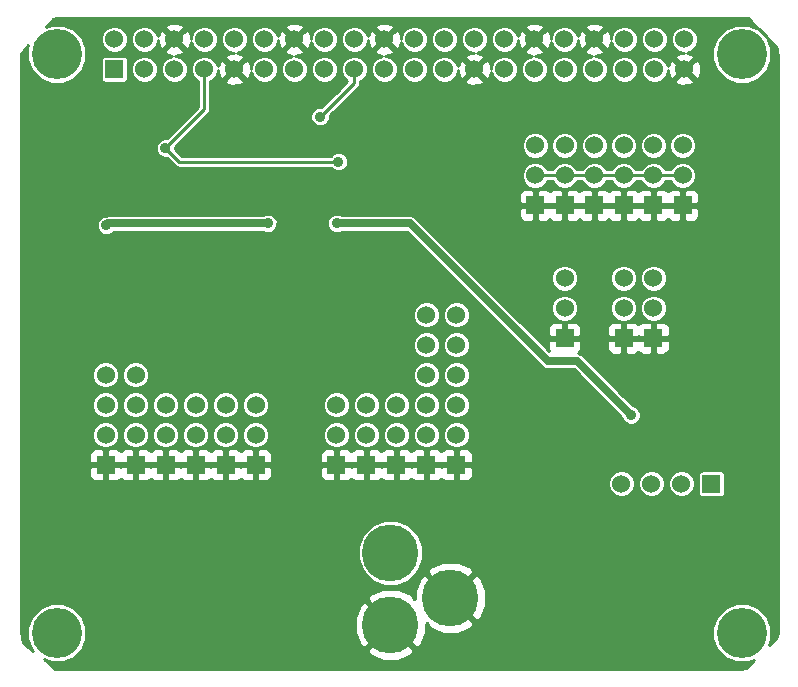
<source format=gbl>
G04 (created by PCBNEW (2013-05-31 BZR 4019)-stable) date 7/18/2014 6:41:03 PM*
%MOIN*%
G04 Gerber Fmt 3.4, Leading zero omitted, Abs format*
%FSLAX34Y34*%
G01*
G70*
G90*
G04 APERTURE LIST*
%ADD10C,0.00590551*%
%ADD11R,0.06X0.06*%
%ADD12C,0.06*%
%ADD13C,0.189*%
%ADD14C,0.167*%
%ADD15C,0.035*%
%ADD16C,0.01*%
%ADD17C,0.025*%
G04 APERTURE END LIST*
G54D10*
G54D11*
X4007Y-15070D03*
G54D12*
X4007Y-14070D03*
X4007Y-13070D03*
X4007Y-12070D03*
G54D11*
X5007Y-15070D03*
G54D12*
X5007Y-14070D03*
X5007Y-13070D03*
G54D11*
X7007Y-15070D03*
G54D12*
X7007Y-14070D03*
X7007Y-13070D03*
G54D11*
X10696Y-15070D03*
G54D12*
X10696Y-14070D03*
X10696Y-13070D03*
G54D11*
X12696Y-15070D03*
G54D12*
X12696Y-14070D03*
X12696Y-13070D03*
G54D11*
X8007Y-15070D03*
G54D12*
X8007Y-14070D03*
X8007Y-13070D03*
G54D11*
X11696Y-15070D03*
G54D12*
X11696Y-14070D03*
X11696Y-13070D03*
G54D11*
X14696Y-15070D03*
G54D12*
X14696Y-14070D03*
X14696Y-13070D03*
X14696Y-12070D03*
X14696Y-11070D03*
X14696Y-10070D03*
G54D11*
X3007Y-15070D03*
G54D12*
X3007Y-14070D03*
X3007Y-13070D03*
X3007Y-12070D03*
G54D11*
X6007Y-15070D03*
G54D12*
X6007Y-14070D03*
X6007Y-13070D03*
G54D11*
X13696Y-15070D03*
G54D12*
X13696Y-14070D03*
X13696Y-13070D03*
X13696Y-12070D03*
X13696Y-11070D03*
X13696Y-10070D03*
G54D11*
X23200Y-15700D03*
G54D12*
X22200Y-15700D03*
X21200Y-15700D03*
X20200Y-15700D03*
G54D13*
X12500Y-20400D03*
X12500Y-18000D03*
X14500Y-19500D03*
G54D11*
X17322Y-6413D03*
G54D12*
X17322Y-5413D03*
X17322Y-4413D03*
G54D11*
X18307Y-6413D03*
G54D12*
X18307Y-5413D03*
X18307Y-4413D03*
G54D11*
X19291Y-6413D03*
G54D12*
X19291Y-5413D03*
X19291Y-4413D03*
G54D11*
X20275Y-6413D03*
G54D12*
X20275Y-5413D03*
X20275Y-4413D03*
G54D11*
X21259Y-6413D03*
G54D12*
X21259Y-5413D03*
X21259Y-4413D03*
G54D11*
X18307Y-10842D03*
G54D12*
X18307Y-9842D03*
X18307Y-8842D03*
G54D11*
X20275Y-10842D03*
G54D12*
X20275Y-9842D03*
X20275Y-8842D03*
G54D11*
X21259Y-10842D03*
G54D12*
X21259Y-9842D03*
X21259Y-8842D03*
G54D11*
X22244Y-6413D03*
G54D12*
X22244Y-5413D03*
X22244Y-4413D03*
G54D11*
X3295Y-1877D03*
G54D12*
X3295Y-877D03*
X8295Y-1877D03*
X4295Y-877D03*
X9295Y-1877D03*
X5295Y-877D03*
X10295Y-1877D03*
X6295Y-877D03*
X11295Y-1877D03*
X7295Y-877D03*
X12295Y-1877D03*
X8295Y-877D03*
X13295Y-1877D03*
X9295Y-877D03*
X14295Y-1877D03*
X10295Y-877D03*
X15295Y-1877D03*
X11295Y-877D03*
X16295Y-1877D03*
X12295Y-877D03*
X17295Y-1877D03*
X13295Y-877D03*
X18295Y-1877D03*
X14295Y-877D03*
X15295Y-877D03*
X19295Y-1877D03*
X16295Y-877D03*
X18295Y-877D03*
X19295Y-877D03*
X20295Y-877D03*
X21295Y-877D03*
X20295Y-1877D03*
X21295Y-1877D03*
X4295Y-1877D03*
X5295Y-1877D03*
X6295Y-1877D03*
X7295Y-1877D03*
X22295Y-1877D03*
X22295Y-877D03*
X17295Y-877D03*
G54D14*
X24212Y-20669D03*
X1377Y-20669D03*
X24212Y-1377D03*
X1377Y-1377D03*
G54D15*
X10157Y-3464D03*
X4440Y-19450D03*
X10000Y-20350D03*
X767Y-15452D03*
X23110Y-10787D03*
X10826Y-7775D03*
X15551Y-6732D03*
X16456Y-15531D03*
X5413Y-8503D03*
X10767Y-4960D03*
X5000Y-4507D03*
X8410Y-7020D03*
X10710Y-7020D03*
X3031Y-7086D03*
X20520Y-13410D03*
G54D16*
X17322Y-5413D02*
X18307Y-5413D01*
X18307Y-5413D02*
X19291Y-5413D01*
X19291Y-5413D02*
X20275Y-5413D01*
X20275Y-5413D02*
X21259Y-5413D01*
X21259Y-5413D02*
X22244Y-5413D01*
X11295Y-1877D02*
X11295Y-2326D01*
X11295Y-2326D02*
X10157Y-3464D01*
X10767Y-4960D02*
X5452Y-4960D01*
X5452Y-4960D02*
X5000Y-4507D01*
X6295Y-1877D02*
X6295Y-3212D01*
X6295Y-3212D02*
X5000Y-4507D01*
G54D17*
X13150Y-7020D02*
X10710Y-7020D01*
X20520Y-13410D02*
X18724Y-11614D01*
X18724Y-11614D02*
X17744Y-11614D01*
X17744Y-11614D02*
X13150Y-7020D01*
X8410Y-7020D02*
X3098Y-7020D01*
X3098Y-7020D02*
X3031Y-7086D01*
G54D10*
G36*
X25420Y-20654D02*
X25392Y-20796D01*
X25108Y-21080D01*
X25197Y-20866D01*
X25197Y-20474D01*
X25197Y-1182D01*
X25048Y-820D01*
X24771Y-543D01*
X24409Y-393D01*
X24017Y-392D01*
X23655Y-542D01*
X23378Y-819D01*
X23227Y-1181D01*
X23227Y-1573D01*
X23377Y-1935D01*
X23653Y-2212D01*
X24015Y-2362D01*
X24407Y-2363D01*
X24769Y-2213D01*
X25047Y-1936D01*
X25197Y-1574D01*
X25197Y-1182D01*
X25197Y-20474D01*
X25048Y-20112D01*
X24771Y-19834D01*
X24409Y-19684D01*
X24017Y-19684D01*
X23655Y-19833D01*
X23650Y-19839D01*
X23650Y-15970D01*
X23650Y-15370D01*
X23627Y-15315D01*
X23585Y-15272D01*
X23529Y-15250D01*
X23470Y-15249D01*
X22870Y-15249D01*
X22850Y-15258D01*
X22850Y-1959D01*
X22839Y-1741D01*
X22776Y-1590D01*
X22745Y-1581D01*
X22745Y-788D01*
X22676Y-623D01*
X22550Y-496D01*
X22385Y-428D01*
X22206Y-427D01*
X22040Y-496D01*
X21914Y-622D01*
X21845Y-788D01*
X21845Y-967D01*
X21913Y-1132D01*
X22040Y-1259D01*
X22205Y-1327D01*
X22281Y-1327D01*
X22158Y-1334D01*
X22007Y-1396D01*
X21980Y-1492D01*
X22295Y-1807D01*
X22610Y-1492D01*
X22583Y-1396D01*
X22387Y-1326D01*
X22549Y-1259D01*
X22676Y-1133D01*
X22745Y-967D01*
X22745Y-788D01*
X22745Y-1581D01*
X22681Y-1562D01*
X22365Y-1877D01*
X22681Y-2193D01*
X22776Y-2165D01*
X22850Y-1959D01*
X22850Y-15258D01*
X22815Y-15272D01*
X22794Y-15293D01*
X22794Y-6762D01*
X22794Y-6063D01*
X22756Y-5971D01*
X22694Y-5909D01*
X22694Y-5324D01*
X22694Y-4324D01*
X22625Y-4158D01*
X22610Y-4143D01*
X22610Y-2263D01*
X22295Y-1948D01*
X22224Y-2019D01*
X22224Y-1877D01*
X21909Y-1562D01*
X21814Y-1590D01*
X21745Y-1782D01*
X21745Y-788D01*
X21676Y-623D01*
X21550Y-496D01*
X21385Y-428D01*
X21206Y-427D01*
X21040Y-496D01*
X20914Y-622D01*
X20845Y-788D01*
X20845Y-967D01*
X20913Y-1132D01*
X21040Y-1259D01*
X21205Y-1327D01*
X21384Y-1328D01*
X21549Y-1259D01*
X21676Y-1133D01*
X21745Y-967D01*
X21745Y-788D01*
X21745Y-1782D01*
X21744Y-1785D01*
X21676Y-1623D01*
X21550Y-1496D01*
X21385Y-1428D01*
X21206Y-1427D01*
X21040Y-1496D01*
X20914Y-1622D01*
X20845Y-1788D01*
X20845Y-1967D01*
X20913Y-2132D01*
X21040Y-2259D01*
X21205Y-2327D01*
X21384Y-2328D01*
X21549Y-2259D01*
X21676Y-2133D01*
X21745Y-1967D01*
X21745Y-1891D01*
X21751Y-2014D01*
X21814Y-2165D01*
X21909Y-2193D01*
X22224Y-1877D01*
X22224Y-2019D01*
X21980Y-2263D01*
X22007Y-2359D01*
X22213Y-2432D01*
X22432Y-2421D01*
X22583Y-2359D01*
X22610Y-2263D01*
X22610Y-4143D01*
X22499Y-4032D01*
X22333Y-3963D01*
X22154Y-3963D01*
X21989Y-4031D01*
X21862Y-4158D01*
X21794Y-4323D01*
X21794Y-4502D01*
X21862Y-4667D01*
X21988Y-4794D01*
X22154Y-4863D01*
X22333Y-4863D01*
X22498Y-4795D01*
X22625Y-4668D01*
X22694Y-4503D01*
X22694Y-4324D01*
X22694Y-5324D01*
X22625Y-5158D01*
X22499Y-5032D01*
X22333Y-4963D01*
X22154Y-4963D01*
X21989Y-5031D01*
X21862Y-5158D01*
X21839Y-5213D01*
X21709Y-5213D01*
X21709Y-4324D01*
X21641Y-4158D01*
X21515Y-4032D01*
X21349Y-3963D01*
X21170Y-3963D01*
X21005Y-4031D01*
X20878Y-4158D01*
X20809Y-4323D01*
X20809Y-4502D01*
X20878Y-4667D01*
X21004Y-4794D01*
X21169Y-4863D01*
X21348Y-4863D01*
X21514Y-4795D01*
X21641Y-4668D01*
X21709Y-4503D01*
X21709Y-4324D01*
X21709Y-5213D01*
X21664Y-5213D01*
X21641Y-5158D01*
X21515Y-5032D01*
X21349Y-4963D01*
X21170Y-4963D01*
X21005Y-5031D01*
X20878Y-5158D01*
X20855Y-5213D01*
X20745Y-5213D01*
X20745Y-1788D01*
X20745Y-788D01*
X20676Y-623D01*
X20550Y-496D01*
X20385Y-428D01*
X20206Y-427D01*
X20040Y-496D01*
X19914Y-622D01*
X19845Y-788D01*
X19845Y-864D01*
X19839Y-741D01*
X19776Y-590D01*
X19681Y-562D01*
X19610Y-633D01*
X19610Y-492D01*
X19583Y-396D01*
X19377Y-323D01*
X19158Y-334D01*
X19007Y-396D01*
X18980Y-492D01*
X19295Y-807D01*
X19610Y-492D01*
X19610Y-633D01*
X19365Y-877D01*
X19681Y-1193D01*
X19776Y-1165D01*
X19846Y-969D01*
X19913Y-1132D01*
X20040Y-1259D01*
X20205Y-1327D01*
X20384Y-1328D01*
X20549Y-1259D01*
X20676Y-1133D01*
X20745Y-967D01*
X20745Y-788D01*
X20745Y-1788D01*
X20676Y-1623D01*
X20550Y-1496D01*
X20385Y-1428D01*
X20206Y-1427D01*
X20040Y-1496D01*
X19914Y-1622D01*
X19845Y-1788D01*
X19845Y-1967D01*
X19913Y-2132D01*
X20040Y-2259D01*
X20205Y-2327D01*
X20384Y-2328D01*
X20549Y-2259D01*
X20676Y-2133D01*
X20745Y-1967D01*
X20745Y-1788D01*
X20745Y-5213D01*
X20725Y-5213D01*
X20725Y-4324D01*
X20657Y-4158D01*
X20530Y-4032D01*
X20365Y-3963D01*
X20186Y-3963D01*
X20021Y-4031D01*
X19894Y-4158D01*
X19825Y-4323D01*
X19825Y-4502D01*
X19893Y-4667D01*
X20020Y-4794D01*
X20185Y-4863D01*
X20364Y-4863D01*
X20530Y-4795D01*
X20656Y-4668D01*
X20725Y-4503D01*
X20725Y-4324D01*
X20725Y-5213D01*
X20679Y-5213D01*
X20657Y-5158D01*
X20530Y-5032D01*
X20365Y-4963D01*
X20186Y-4963D01*
X20021Y-5031D01*
X19894Y-5158D01*
X19871Y-5213D01*
X19745Y-5213D01*
X19745Y-1788D01*
X19676Y-1623D01*
X19550Y-1496D01*
X19385Y-1428D01*
X19308Y-1427D01*
X19432Y-1421D01*
X19583Y-1359D01*
X19610Y-1263D01*
X19295Y-948D01*
X19224Y-1019D01*
X19224Y-877D01*
X18909Y-562D01*
X18814Y-590D01*
X18744Y-785D01*
X18676Y-623D01*
X18550Y-496D01*
X18385Y-428D01*
X18206Y-427D01*
X18040Y-496D01*
X17914Y-622D01*
X17845Y-788D01*
X17845Y-864D01*
X17839Y-741D01*
X17776Y-590D01*
X17681Y-562D01*
X17610Y-633D01*
X17610Y-492D01*
X17583Y-396D01*
X17377Y-323D01*
X17158Y-334D01*
X17007Y-396D01*
X16980Y-492D01*
X17295Y-807D01*
X17610Y-492D01*
X17610Y-633D01*
X17365Y-877D01*
X17681Y-1193D01*
X17776Y-1165D01*
X17846Y-969D01*
X17913Y-1132D01*
X18040Y-1259D01*
X18205Y-1327D01*
X18384Y-1328D01*
X18549Y-1259D01*
X18676Y-1133D01*
X18745Y-967D01*
X18745Y-891D01*
X18751Y-1014D01*
X18814Y-1165D01*
X18909Y-1193D01*
X19224Y-877D01*
X19224Y-1019D01*
X18980Y-1263D01*
X19007Y-1359D01*
X19203Y-1429D01*
X19040Y-1496D01*
X18914Y-1622D01*
X18845Y-1788D01*
X18845Y-1967D01*
X18913Y-2132D01*
X19040Y-2259D01*
X19205Y-2327D01*
X19384Y-2328D01*
X19549Y-2259D01*
X19676Y-2133D01*
X19745Y-1967D01*
X19745Y-1788D01*
X19745Y-5213D01*
X19741Y-5213D01*
X19741Y-4324D01*
X19673Y-4158D01*
X19546Y-4032D01*
X19381Y-3963D01*
X19202Y-3963D01*
X19036Y-4031D01*
X18910Y-4158D01*
X18841Y-4323D01*
X18841Y-4502D01*
X18909Y-4667D01*
X19036Y-4794D01*
X19201Y-4863D01*
X19380Y-4863D01*
X19545Y-4795D01*
X19672Y-4668D01*
X19741Y-4503D01*
X19741Y-4324D01*
X19741Y-5213D01*
X19695Y-5213D01*
X19673Y-5158D01*
X19546Y-5032D01*
X19381Y-4963D01*
X19202Y-4963D01*
X19036Y-5031D01*
X18910Y-5158D01*
X18887Y-5213D01*
X18757Y-5213D01*
X18757Y-4324D01*
X18745Y-4295D01*
X18745Y-1788D01*
X18676Y-1623D01*
X18550Y-1496D01*
X18385Y-1428D01*
X18206Y-1427D01*
X18040Y-1496D01*
X17914Y-1622D01*
X17845Y-1788D01*
X17845Y-1967D01*
X17913Y-2132D01*
X18040Y-2259D01*
X18205Y-2327D01*
X18384Y-2328D01*
X18549Y-2259D01*
X18676Y-2133D01*
X18745Y-1967D01*
X18745Y-1788D01*
X18745Y-4295D01*
X18688Y-4158D01*
X18562Y-4032D01*
X18396Y-3963D01*
X18217Y-3963D01*
X18052Y-4031D01*
X17925Y-4158D01*
X17857Y-4323D01*
X17857Y-4502D01*
X17925Y-4667D01*
X18051Y-4794D01*
X18217Y-4863D01*
X18396Y-4863D01*
X18561Y-4795D01*
X18688Y-4668D01*
X18757Y-4503D01*
X18757Y-4324D01*
X18757Y-5213D01*
X18711Y-5213D01*
X18688Y-5158D01*
X18562Y-5032D01*
X18396Y-4963D01*
X18217Y-4963D01*
X18052Y-5031D01*
X17925Y-5158D01*
X17902Y-5213D01*
X17772Y-5213D01*
X17772Y-4324D01*
X17745Y-4257D01*
X17745Y-1788D01*
X17676Y-1623D01*
X17550Y-1496D01*
X17385Y-1428D01*
X17308Y-1427D01*
X17432Y-1421D01*
X17583Y-1359D01*
X17610Y-1263D01*
X17295Y-948D01*
X17224Y-1019D01*
X17224Y-877D01*
X16909Y-562D01*
X16814Y-590D01*
X16744Y-785D01*
X16676Y-623D01*
X16550Y-496D01*
X16385Y-428D01*
X16206Y-427D01*
X16040Y-496D01*
X15914Y-622D01*
X15845Y-788D01*
X15845Y-967D01*
X15913Y-1132D01*
X16040Y-1259D01*
X16205Y-1327D01*
X16384Y-1328D01*
X16549Y-1259D01*
X16676Y-1133D01*
X16745Y-967D01*
X16745Y-891D01*
X16751Y-1014D01*
X16814Y-1165D01*
X16909Y-1193D01*
X17224Y-877D01*
X17224Y-1019D01*
X16980Y-1263D01*
X17007Y-1359D01*
X17203Y-1429D01*
X17040Y-1496D01*
X16914Y-1622D01*
X16845Y-1788D01*
X16845Y-1967D01*
X16913Y-2132D01*
X17040Y-2259D01*
X17205Y-2327D01*
X17384Y-2328D01*
X17549Y-2259D01*
X17676Y-2133D01*
X17745Y-1967D01*
X17745Y-1788D01*
X17745Y-4257D01*
X17704Y-4158D01*
X17578Y-4032D01*
X17412Y-3963D01*
X17233Y-3963D01*
X17068Y-4031D01*
X16941Y-4158D01*
X16872Y-4323D01*
X16872Y-4502D01*
X16941Y-4667D01*
X17067Y-4794D01*
X17232Y-4863D01*
X17411Y-4863D01*
X17577Y-4795D01*
X17704Y-4668D01*
X17772Y-4503D01*
X17772Y-4324D01*
X17772Y-5213D01*
X17727Y-5213D01*
X17704Y-5158D01*
X17578Y-5032D01*
X17412Y-4963D01*
X17233Y-4963D01*
X17068Y-5031D01*
X16941Y-5158D01*
X16872Y-5323D01*
X16872Y-5502D01*
X16941Y-5667D01*
X17067Y-5794D01*
X17232Y-5863D01*
X17411Y-5863D01*
X17577Y-5795D01*
X17704Y-5668D01*
X17727Y-5613D01*
X17902Y-5613D01*
X17925Y-5667D01*
X18051Y-5794D01*
X18217Y-5863D01*
X18396Y-5863D01*
X18561Y-5795D01*
X18688Y-5668D01*
X18711Y-5613D01*
X18887Y-5613D01*
X18909Y-5667D01*
X19036Y-5794D01*
X19201Y-5863D01*
X19380Y-5863D01*
X19545Y-5795D01*
X19672Y-5668D01*
X19695Y-5613D01*
X19871Y-5613D01*
X19893Y-5667D01*
X20020Y-5794D01*
X20185Y-5863D01*
X20364Y-5863D01*
X20530Y-5795D01*
X20656Y-5668D01*
X20679Y-5613D01*
X20855Y-5613D01*
X20878Y-5667D01*
X21004Y-5794D01*
X21169Y-5863D01*
X21348Y-5863D01*
X21514Y-5795D01*
X21641Y-5668D01*
X21664Y-5613D01*
X21839Y-5613D01*
X21862Y-5667D01*
X21988Y-5794D01*
X22154Y-5863D01*
X22333Y-5863D01*
X22498Y-5795D01*
X22625Y-5668D01*
X22694Y-5503D01*
X22694Y-5324D01*
X22694Y-5909D01*
X22685Y-5901D01*
X22594Y-5863D01*
X22494Y-5863D01*
X22356Y-5863D01*
X22294Y-5925D01*
X22294Y-6363D01*
X22731Y-6363D01*
X22794Y-6300D01*
X22794Y-6063D01*
X22794Y-6762D01*
X22794Y-6525D01*
X22731Y-6463D01*
X22294Y-6463D01*
X22294Y-6900D01*
X22356Y-6963D01*
X22494Y-6963D01*
X22594Y-6963D01*
X22685Y-6925D01*
X22756Y-6854D01*
X22794Y-6762D01*
X22794Y-15293D01*
X22772Y-15314D01*
X22750Y-15370D01*
X22749Y-15429D01*
X22749Y-16029D01*
X22772Y-16084D01*
X22814Y-16127D01*
X22870Y-16149D01*
X22929Y-16150D01*
X23529Y-16150D01*
X23584Y-16127D01*
X23627Y-16085D01*
X23649Y-16029D01*
X23650Y-15970D01*
X23650Y-19839D01*
X23378Y-20110D01*
X23227Y-20472D01*
X23227Y-20864D01*
X23377Y-21226D01*
X23653Y-21503D01*
X24015Y-21654D01*
X24407Y-21654D01*
X24624Y-21565D01*
X24340Y-21848D01*
X24195Y-21877D01*
X22650Y-21877D01*
X22650Y-15610D01*
X22581Y-15445D01*
X22455Y-15318D01*
X22289Y-15250D01*
X22194Y-15249D01*
X22194Y-6900D01*
X22194Y-6463D01*
X22194Y-6363D01*
X22194Y-5925D01*
X22131Y-5863D01*
X21993Y-5863D01*
X21894Y-5863D01*
X21802Y-5901D01*
X21751Y-5951D01*
X21701Y-5901D01*
X21609Y-5863D01*
X21510Y-5863D01*
X21372Y-5863D01*
X21309Y-5925D01*
X21309Y-6363D01*
X21747Y-6363D01*
X21751Y-6358D01*
X21756Y-6363D01*
X22194Y-6363D01*
X22194Y-6463D01*
X21756Y-6463D01*
X21751Y-6468D01*
X21747Y-6463D01*
X21309Y-6463D01*
X21309Y-6900D01*
X21372Y-6963D01*
X21510Y-6963D01*
X21609Y-6963D01*
X21701Y-6925D01*
X21751Y-6874D01*
X21802Y-6925D01*
X21894Y-6963D01*
X21993Y-6963D01*
X22131Y-6963D01*
X22194Y-6900D01*
X22194Y-15249D01*
X22110Y-15249D01*
X21945Y-15318D01*
X21818Y-15444D01*
X21809Y-15466D01*
X21809Y-11192D01*
X21809Y-10493D01*
X21771Y-10401D01*
X21709Y-10338D01*
X21709Y-9753D01*
X21709Y-8753D01*
X21641Y-8587D01*
X21515Y-8461D01*
X21349Y-8392D01*
X21209Y-8392D01*
X21209Y-6900D01*
X21209Y-6463D01*
X21209Y-6363D01*
X21209Y-5925D01*
X21147Y-5863D01*
X21009Y-5863D01*
X20909Y-5863D01*
X20818Y-5901D01*
X20767Y-5951D01*
X20717Y-5901D01*
X20625Y-5863D01*
X20526Y-5863D01*
X20388Y-5863D01*
X20325Y-5925D01*
X20325Y-6363D01*
X20763Y-6363D01*
X20767Y-6358D01*
X20772Y-6363D01*
X21209Y-6363D01*
X21209Y-6463D01*
X20772Y-6463D01*
X20767Y-6468D01*
X20763Y-6463D01*
X20325Y-6463D01*
X20325Y-6900D01*
X20388Y-6963D01*
X20526Y-6963D01*
X20625Y-6963D01*
X20717Y-6925D01*
X20767Y-6874D01*
X20818Y-6925D01*
X20909Y-6963D01*
X21009Y-6963D01*
X21147Y-6963D01*
X21209Y-6900D01*
X21209Y-8392D01*
X21170Y-8392D01*
X21005Y-8460D01*
X20878Y-8587D01*
X20809Y-8752D01*
X20809Y-8931D01*
X20878Y-9097D01*
X21004Y-9223D01*
X21169Y-9292D01*
X21348Y-9292D01*
X21514Y-9224D01*
X21641Y-9097D01*
X21709Y-8932D01*
X21709Y-8753D01*
X21709Y-9753D01*
X21641Y-9587D01*
X21515Y-9461D01*
X21349Y-9392D01*
X21170Y-9392D01*
X21005Y-9460D01*
X20878Y-9587D01*
X20809Y-9752D01*
X20809Y-9931D01*
X20878Y-10097D01*
X21004Y-10223D01*
X21169Y-10292D01*
X21348Y-10292D01*
X21514Y-10224D01*
X21641Y-10097D01*
X21709Y-9932D01*
X21709Y-9753D01*
X21709Y-10338D01*
X21701Y-10330D01*
X21609Y-10292D01*
X21510Y-10292D01*
X21372Y-10292D01*
X21309Y-10355D01*
X21309Y-10792D01*
X21747Y-10792D01*
X21809Y-10730D01*
X21809Y-10493D01*
X21809Y-11192D01*
X21809Y-10955D01*
X21747Y-10892D01*
X21309Y-10892D01*
X21309Y-11330D01*
X21372Y-11392D01*
X21510Y-11392D01*
X21609Y-11392D01*
X21701Y-11354D01*
X21771Y-11283D01*
X21809Y-11192D01*
X21809Y-15466D01*
X21750Y-15610D01*
X21749Y-15789D01*
X21818Y-15954D01*
X21944Y-16081D01*
X22110Y-16149D01*
X22289Y-16150D01*
X22454Y-16081D01*
X22581Y-15955D01*
X22649Y-15789D01*
X22650Y-15610D01*
X22650Y-21877D01*
X21650Y-21877D01*
X21650Y-15610D01*
X21581Y-15445D01*
X21455Y-15318D01*
X21289Y-15250D01*
X21209Y-15250D01*
X21209Y-11330D01*
X21209Y-10892D01*
X21209Y-10792D01*
X21209Y-10355D01*
X21147Y-10292D01*
X21009Y-10292D01*
X20909Y-10292D01*
X20818Y-10330D01*
X20767Y-10381D01*
X20725Y-10338D01*
X20725Y-9753D01*
X20725Y-8753D01*
X20657Y-8587D01*
X20530Y-8461D01*
X20365Y-8392D01*
X20225Y-8392D01*
X20225Y-6900D01*
X20225Y-6463D01*
X20225Y-6363D01*
X20225Y-5925D01*
X20163Y-5863D01*
X20025Y-5863D01*
X19925Y-5863D01*
X19833Y-5901D01*
X19783Y-5951D01*
X19733Y-5901D01*
X19641Y-5863D01*
X19541Y-5863D01*
X19403Y-5863D01*
X19341Y-5925D01*
X19341Y-6363D01*
X19778Y-6363D01*
X19783Y-6358D01*
X19788Y-6363D01*
X20225Y-6363D01*
X20225Y-6463D01*
X19788Y-6463D01*
X19783Y-6468D01*
X19778Y-6463D01*
X19341Y-6463D01*
X19341Y-6900D01*
X19403Y-6963D01*
X19541Y-6963D01*
X19641Y-6963D01*
X19733Y-6925D01*
X19783Y-6874D01*
X19833Y-6925D01*
X19925Y-6963D01*
X20025Y-6963D01*
X20163Y-6963D01*
X20225Y-6900D01*
X20225Y-8392D01*
X20186Y-8392D01*
X20021Y-8460D01*
X19894Y-8587D01*
X19825Y-8752D01*
X19825Y-8931D01*
X19893Y-9097D01*
X20020Y-9223D01*
X20185Y-9292D01*
X20364Y-9292D01*
X20530Y-9224D01*
X20656Y-9097D01*
X20725Y-8932D01*
X20725Y-8753D01*
X20725Y-9753D01*
X20657Y-9587D01*
X20530Y-9461D01*
X20365Y-9392D01*
X20186Y-9392D01*
X20021Y-9460D01*
X19894Y-9587D01*
X19825Y-9752D01*
X19825Y-9931D01*
X19893Y-10097D01*
X20020Y-10223D01*
X20185Y-10292D01*
X20364Y-10292D01*
X20530Y-10224D01*
X20656Y-10097D01*
X20725Y-9932D01*
X20725Y-9753D01*
X20725Y-10338D01*
X20717Y-10330D01*
X20625Y-10292D01*
X20526Y-10292D01*
X20388Y-10292D01*
X20325Y-10355D01*
X20325Y-10792D01*
X20763Y-10792D01*
X20767Y-10787D01*
X20772Y-10792D01*
X21209Y-10792D01*
X21209Y-10892D01*
X20772Y-10892D01*
X20767Y-10897D01*
X20763Y-10892D01*
X20325Y-10892D01*
X20325Y-11330D01*
X20388Y-11392D01*
X20526Y-11392D01*
X20625Y-11392D01*
X20717Y-11354D01*
X20767Y-11303D01*
X20818Y-11354D01*
X20909Y-11392D01*
X21009Y-11392D01*
X21147Y-11392D01*
X21209Y-11330D01*
X21209Y-15250D01*
X21110Y-15249D01*
X20945Y-15318D01*
X20845Y-15418D01*
X20845Y-13345D01*
X20795Y-13226D01*
X20704Y-13134D01*
X20584Y-13085D01*
X20583Y-13085D01*
X20225Y-12726D01*
X20225Y-11330D01*
X20225Y-10892D01*
X20225Y-10792D01*
X20225Y-10355D01*
X20163Y-10292D01*
X20025Y-10292D01*
X19925Y-10292D01*
X19833Y-10330D01*
X19763Y-10401D01*
X19725Y-10493D01*
X19725Y-10730D01*
X19788Y-10792D01*
X20225Y-10792D01*
X20225Y-10892D01*
X19788Y-10892D01*
X19725Y-10955D01*
X19725Y-11192D01*
X19763Y-11283D01*
X19833Y-11354D01*
X19925Y-11392D01*
X20025Y-11392D01*
X20163Y-11392D01*
X20225Y-11330D01*
X20225Y-12726D01*
X19241Y-11742D01*
X19241Y-6900D01*
X19241Y-6463D01*
X19241Y-6363D01*
X19241Y-5925D01*
X19178Y-5863D01*
X19040Y-5863D01*
X18941Y-5863D01*
X18849Y-5901D01*
X18799Y-5951D01*
X18748Y-5901D01*
X18657Y-5863D01*
X18557Y-5863D01*
X18419Y-5863D01*
X18357Y-5925D01*
X18357Y-6363D01*
X18794Y-6363D01*
X18799Y-6358D01*
X18803Y-6363D01*
X19241Y-6363D01*
X19241Y-6463D01*
X18803Y-6463D01*
X18799Y-6468D01*
X18794Y-6463D01*
X18357Y-6463D01*
X18357Y-6900D01*
X18419Y-6963D01*
X18557Y-6963D01*
X18657Y-6963D01*
X18748Y-6925D01*
X18799Y-6874D01*
X18849Y-6925D01*
X18941Y-6963D01*
X19040Y-6963D01*
X19178Y-6963D01*
X19241Y-6900D01*
X19241Y-11742D01*
X18918Y-11419D01*
X18829Y-11360D01*
X18757Y-11345D01*
X18819Y-11283D01*
X18857Y-11192D01*
X18857Y-10493D01*
X18819Y-10401D01*
X18757Y-10338D01*
X18757Y-9753D01*
X18757Y-8753D01*
X18688Y-8587D01*
X18562Y-8461D01*
X18396Y-8392D01*
X18257Y-8392D01*
X18257Y-6900D01*
X18257Y-6463D01*
X18257Y-6363D01*
X18257Y-5925D01*
X18194Y-5863D01*
X18056Y-5863D01*
X17957Y-5863D01*
X17865Y-5901D01*
X17814Y-5951D01*
X17764Y-5901D01*
X17672Y-5863D01*
X17573Y-5863D01*
X17435Y-5863D01*
X17372Y-5925D01*
X17372Y-6363D01*
X17810Y-6363D01*
X17814Y-6358D01*
X17819Y-6363D01*
X18257Y-6363D01*
X18257Y-6463D01*
X17819Y-6463D01*
X17814Y-6468D01*
X17810Y-6463D01*
X17372Y-6463D01*
X17372Y-6900D01*
X17435Y-6963D01*
X17573Y-6963D01*
X17672Y-6963D01*
X17764Y-6925D01*
X17814Y-6874D01*
X17865Y-6925D01*
X17957Y-6963D01*
X18056Y-6963D01*
X18194Y-6963D01*
X18257Y-6900D01*
X18257Y-8392D01*
X18217Y-8392D01*
X18052Y-8460D01*
X17925Y-8587D01*
X17857Y-8752D01*
X17857Y-8931D01*
X17925Y-9097D01*
X18051Y-9223D01*
X18217Y-9292D01*
X18396Y-9292D01*
X18561Y-9224D01*
X18688Y-9097D01*
X18757Y-8932D01*
X18757Y-8753D01*
X18757Y-9753D01*
X18688Y-9587D01*
X18562Y-9461D01*
X18396Y-9392D01*
X18217Y-9392D01*
X18052Y-9460D01*
X17925Y-9587D01*
X17857Y-9752D01*
X17857Y-9931D01*
X17925Y-10097D01*
X18051Y-10223D01*
X18217Y-10292D01*
X18396Y-10292D01*
X18561Y-10224D01*
X18688Y-10097D01*
X18757Y-9932D01*
X18757Y-9753D01*
X18757Y-10338D01*
X18748Y-10330D01*
X18657Y-10292D01*
X18557Y-10292D01*
X18419Y-10292D01*
X18357Y-10355D01*
X18357Y-10792D01*
X18794Y-10792D01*
X18857Y-10730D01*
X18857Y-10493D01*
X18857Y-11192D01*
X18857Y-10955D01*
X18794Y-10892D01*
X18357Y-10892D01*
X18357Y-10900D01*
X18257Y-10900D01*
X18257Y-10892D01*
X18257Y-10792D01*
X18257Y-10355D01*
X18194Y-10292D01*
X18056Y-10292D01*
X17957Y-10292D01*
X17865Y-10330D01*
X17795Y-10401D01*
X17757Y-10493D01*
X17757Y-10730D01*
X17819Y-10792D01*
X18257Y-10792D01*
X18257Y-10892D01*
X17819Y-10892D01*
X17757Y-10955D01*
X17757Y-11192D01*
X17789Y-11270D01*
X17272Y-10753D01*
X17272Y-6900D01*
X17272Y-6463D01*
X17272Y-6363D01*
X17272Y-5925D01*
X17210Y-5863D01*
X17072Y-5863D01*
X16972Y-5863D01*
X16881Y-5901D01*
X16810Y-5971D01*
X16772Y-6063D01*
X16772Y-6300D01*
X16835Y-6363D01*
X17272Y-6363D01*
X17272Y-6463D01*
X16835Y-6463D01*
X16772Y-6525D01*
X16772Y-6762D01*
X16810Y-6854D01*
X16881Y-6925D01*
X16972Y-6963D01*
X17072Y-6963D01*
X17210Y-6963D01*
X17272Y-6900D01*
X17272Y-10753D01*
X16745Y-10226D01*
X16745Y-1788D01*
X16676Y-1623D01*
X16550Y-1496D01*
X16385Y-1428D01*
X16206Y-1427D01*
X16040Y-1496D01*
X15914Y-1622D01*
X15845Y-1788D01*
X15845Y-1864D01*
X15839Y-1741D01*
X15776Y-1590D01*
X15745Y-1581D01*
X15745Y-788D01*
X15676Y-623D01*
X15550Y-496D01*
X15385Y-428D01*
X15206Y-427D01*
X15040Y-496D01*
X14914Y-622D01*
X14845Y-788D01*
X14845Y-967D01*
X14913Y-1132D01*
X15040Y-1259D01*
X15205Y-1327D01*
X15281Y-1327D01*
X15158Y-1334D01*
X15007Y-1396D01*
X14980Y-1492D01*
X15295Y-1807D01*
X15610Y-1492D01*
X15583Y-1396D01*
X15387Y-1326D01*
X15549Y-1259D01*
X15676Y-1133D01*
X15745Y-967D01*
X15745Y-788D01*
X15745Y-1581D01*
X15681Y-1562D01*
X15365Y-1877D01*
X15681Y-2193D01*
X15776Y-2165D01*
X15846Y-1969D01*
X15913Y-2132D01*
X16040Y-2259D01*
X16205Y-2327D01*
X16384Y-2328D01*
X16549Y-2259D01*
X16676Y-2133D01*
X16745Y-1967D01*
X16745Y-1788D01*
X16745Y-10226D01*
X15610Y-9091D01*
X15610Y-2263D01*
X15295Y-1948D01*
X15224Y-2019D01*
X15224Y-1877D01*
X14909Y-1562D01*
X14814Y-1590D01*
X14745Y-1782D01*
X14745Y-788D01*
X14676Y-623D01*
X14550Y-496D01*
X14385Y-428D01*
X14206Y-427D01*
X14040Y-496D01*
X13914Y-622D01*
X13845Y-788D01*
X13845Y-967D01*
X13913Y-1132D01*
X14040Y-1259D01*
X14205Y-1327D01*
X14384Y-1328D01*
X14549Y-1259D01*
X14676Y-1133D01*
X14745Y-967D01*
X14745Y-788D01*
X14745Y-1782D01*
X14744Y-1785D01*
X14676Y-1623D01*
X14550Y-1496D01*
X14385Y-1428D01*
X14206Y-1427D01*
X14040Y-1496D01*
X13914Y-1622D01*
X13845Y-1788D01*
X13845Y-1967D01*
X13913Y-2132D01*
X14040Y-2259D01*
X14205Y-2327D01*
X14384Y-2328D01*
X14549Y-2259D01*
X14676Y-2133D01*
X14745Y-1967D01*
X14745Y-1891D01*
X14751Y-2014D01*
X14814Y-2165D01*
X14909Y-2193D01*
X15224Y-1877D01*
X15224Y-2019D01*
X14980Y-2263D01*
X15007Y-2359D01*
X15213Y-2432D01*
X15432Y-2421D01*
X15583Y-2359D01*
X15610Y-2263D01*
X15610Y-9091D01*
X13745Y-7226D01*
X13745Y-1788D01*
X13745Y-788D01*
X13676Y-623D01*
X13550Y-496D01*
X13385Y-428D01*
X13206Y-427D01*
X13040Y-496D01*
X12914Y-622D01*
X12845Y-788D01*
X12845Y-864D01*
X12839Y-741D01*
X12776Y-590D01*
X12681Y-562D01*
X12610Y-633D01*
X12610Y-492D01*
X12583Y-396D01*
X12377Y-323D01*
X12158Y-334D01*
X12007Y-396D01*
X11980Y-492D01*
X12295Y-807D01*
X12610Y-492D01*
X12610Y-633D01*
X12365Y-877D01*
X12681Y-1193D01*
X12776Y-1165D01*
X12846Y-969D01*
X12913Y-1132D01*
X13040Y-1259D01*
X13205Y-1327D01*
X13384Y-1328D01*
X13549Y-1259D01*
X13676Y-1133D01*
X13745Y-967D01*
X13745Y-788D01*
X13745Y-1788D01*
X13676Y-1623D01*
X13550Y-1496D01*
X13385Y-1428D01*
X13206Y-1427D01*
X13040Y-1496D01*
X12914Y-1622D01*
X12845Y-1788D01*
X12845Y-1967D01*
X12913Y-2132D01*
X13040Y-2259D01*
X13205Y-2327D01*
X13384Y-2328D01*
X13549Y-2259D01*
X13676Y-2133D01*
X13745Y-1967D01*
X13745Y-1788D01*
X13745Y-7226D01*
X13344Y-6825D01*
X13255Y-6765D01*
X13150Y-6745D01*
X12745Y-6745D01*
X12745Y-1788D01*
X12676Y-1623D01*
X12550Y-1496D01*
X12385Y-1428D01*
X12308Y-1427D01*
X12432Y-1421D01*
X12583Y-1359D01*
X12610Y-1263D01*
X12295Y-948D01*
X12224Y-1019D01*
X12224Y-877D01*
X11909Y-562D01*
X11814Y-590D01*
X11744Y-785D01*
X11676Y-623D01*
X11550Y-496D01*
X11385Y-428D01*
X11206Y-427D01*
X11040Y-496D01*
X10914Y-622D01*
X10845Y-788D01*
X10845Y-967D01*
X10913Y-1132D01*
X11040Y-1259D01*
X11205Y-1327D01*
X11384Y-1328D01*
X11549Y-1259D01*
X11676Y-1133D01*
X11745Y-967D01*
X11745Y-891D01*
X11751Y-1014D01*
X11814Y-1165D01*
X11909Y-1193D01*
X12224Y-877D01*
X12224Y-1019D01*
X11980Y-1263D01*
X12007Y-1359D01*
X12203Y-1429D01*
X12040Y-1496D01*
X11914Y-1622D01*
X11845Y-1788D01*
X11845Y-1967D01*
X11913Y-2132D01*
X12040Y-2259D01*
X12205Y-2327D01*
X12384Y-2328D01*
X12549Y-2259D01*
X12676Y-2133D01*
X12745Y-1967D01*
X12745Y-1788D01*
X12745Y-6745D01*
X11745Y-6745D01*
X11745Y-1788D01*
X11676Y-1623D01*
X11550Y-1496D01*
X11385Y-1428D01*
X11206Y-1427D01*
X11040Y-1496D01*
X10914Y-1622D01*
X10845Y-1788D01*
X10845Y-1967D01*
X10913Y-2132D01*
X11040Y-2259D01*
X11068Y-2270D01*
X10745Y-2593D01*
X10745Y-1788D01*
X10745Y-788D01*
X10676Y-623D01*
X10550Y-496D01*
X10385Y-428D01*
X10206Y-427D01*
X10040Y-496D01*
X9914Y-622D01*
X9845Y-788D01*
X9845Y-864D01*
X9839Y-741D01*
X9776Y-590D01*
X9681Y-562D01*
X9610Y-633D01*
X9610Y-492D01*
X9583Y-396D01*
X9377Y-323D01*
X9158Y-334D01*
X9007Y-396D01*
X8980Y-492D01*
X9295Y-807D01*
X9610Y-492D01*
X9610Y-633D01*
X9365Y-877D01*
X9681Y-1193D01*
X9776Y-1165D01*
X9846Y-969D01*
X9913Y-1132D01*
X10040Y-1259D01*
X10205Y-1327D01*
X10384Y-1328D01*
X10549Y-1259D01*
X10676Y-1133D01*
X10745Y-967D01*
X10745Y-788D01*
X10745Y-1788D01*
X10676Y-1623D01*
X10550Y-1496D01*
X10385Y-1428D01*
X10206Y-1427D01*
X10040Y-1496D01*
X9914Y-1622D01*
X9845Y-1788D01*
X9845Y-1967D01*
X9913Y-2132D01*
X10040Y-2259D01*
X10205Y-2327D01*
X10384Y-2328D01*
X10549Y-2259D01*
X10676Y-2133D01*
X10745Y-1967D01*
X10745Y-1788D01*
X10745Y-2593D01*
X10199Y-3139D01*
X10093Y-3139D01*
X9973Y-3188D01*
X9882Y-3280D01*
X9832Y-3399D01*
X9832Y-3528D01*
X9881Y-3648D01*
X9973Y-3739D01*
X10092Y-3789D01*
X10221Y-3789D01*
X10341Y-3740D01*
X10432Y-3648D01*
X10482Y-3529D01*
X10482Y-3422D01*
X11436Y-2468D01*
X11480Y-2403D01*
X11480Y-2403D01*
X11495Y-2326D01*
X11495Y-2282D01*
X11549Y-2259D01*
X11676Y-2133D01*
X11745Y-1967D01*
X11745Y-1788D01*
X11745Y-6745D01*
X11092Y-6745D01*
X11092Y-4896D01*
X11043Y-4776D01*
X10952Y-4685D01*
X10832Y-4635D01*
X10703Y-4635D01*
X10583Y-4684D01*
X10508Y-4760D01*
X9745Y-4760D01*
X9745Y-1788D01*
X9676Y-1623D01*
X9550Y-1496D01*
X9385Y-1428D01*
X9308Y-1427D01*
X9432Y-1421D01*
X9583Y-1359D01*
X9610Y-1263D01*
X9295Y-948D01*
X9224Y-1019D01*
X9224Y-877D01*
X8909Y-562D01*
X8814Y-590D01*
X8744Y-785D01*
X8676Y-623D01*
X8550Y-496D01*
X8385Y-428D01*
X8206Y-427D01*
X8040Y-496D01*
X7914Y-622D01*
X7845Y-788D01*
X7845Y-967D01*
X7913Y-1132D01*
X8040Y-1259D01*
X8205Y-1327D01*
X8384Y-1328D01*
X8549Y-1259D01*
X8676Y-1133D01*
X8745Y-967D01*
X8745Y-891D01*
X8751Y-1014D01*
X8814Y-1165D01*
X8909Y-1193D01*
X9224Y-877D01*
X9224Y-1019D01*
X8980Y-1263D01*
X9007Y-1359D01*
X9203Y-1429D01*
X9040Y-1496D01*
X8914Y-1622D01*
X8845Y-1788D01*
X8845Y-1967D01*
X8913Y-2132D01*
X9040Y-2259D01*
X9205Y-2327D01*
X9384Y-2328D01*
X9549Y-2259D01*
X9676Y-2133D01*
X9745Y-1967D01*
X9745Y-1788D01*
X9745Y-4760D01*
X8745Y-4760D01*
X8745Y-1788D01*
X8676Y-1623D01*
X8550Y-1496D01*
X8385Y-1428D01*
X8206Y-1427D01*
X8040Y-1496D01*
X7914Y-1622D01*
X7845Y-1788D01*
X7845Y-1864D01*
X7839Y-1741D01*
X7776Y-1590D01*
X7745Y-1581D01*
X7745Y-788D01*
X7676Y-623D01*
X7550Y-496D01*
X7385Y-428D01*
X7206Y-427D01*
X7040Y-496D01*
X6914Y-622D01*
X6845Y-788D01*
X6845Y-967D01*
X6913Y-1132D01*
X7040Y-1259D01*
X7205Y-1327D01*
X7281Y-1327D01*
X7158Y-1334D01*
X7007Y-1396D01*
X6980Y-1492D01*
X7295Y-1807D01*
X7610Y-1492D01*
X7583Y-1396D01*
X7387Y-1326D01*
X7549Y-1259D01*
X7676Y-1133D01*
X7745Y-967D01*
X7745Y-788D01*
X7745Y-1581D01*
X7681Y-1562D01*
X7365Y-1877D01*
X7681Y-2193D01*
X7776Y-2165D01*
X7846Y-1969D01*
X7913Y-2132D01*
X8040Y-2259D01*
X8205Y-2327D01*
X8384Y-2328D01*
X8549Y-2259D01*
X8676Y-2133D01*
X8745Y-1967D01*
X8745Y-1788D01*
X8745Y-4760D01*
X7610Y-4760D01*
X7610Y-2263D01*
X7295Y-1948D01*
X6980Y-2263D01*
X7007Y-2359D01*
X7213Y-2432D01*
X7432Y-2421D01*
X7583Y-2359D01*
X7610Y-2263D01*
X7610Y-4760D01*
X5535Y-4760D01*
X5324Y-4549D01*
X5325Y-4465D01*
X6436Y-3354D01*
X6436Y-3354D01*
X6465Y-3310D01*
X6480Y-3289D01*
X6480Y-3289D01*
X6495Y-3212D01*
X6495Y-3212D01*
X6495Y-2282D01*
X6549Y-2259D01*
X6676Y-2133D01*
X6745Y-1967D01*
X6745Y-1891D01*
X6751Y-2014D01*
X6814Y-2165D01*
X6909Y-2193D01*
X7224Y-1877D01*
X6909Y-1562D01*
X6814Y-1590D01*
X6745Y-1782D01*
X6745Y-788D01*
X6676Y-623D01*
X6550Y-496D01*
X6385Y-428D01*
X6206Y-427D01*
X6040Y-496D01*
X5914Y-622D01*
X5845Y-788D01*
X5845Y-864D01*
X5839Y-741D01*
X5776Y-590D01*
X5681Y-562D01*
X5610Y-633D01*
X5610Y-492D01*
X5583Y-396D01*
X5377Y-323D01*
X5158Y-334D01*
X5007Y-396D01*
X4980Y-492D01*
X5295Y-807D01*
X5610Y-492D01*
X5610Y-633D01*
X5365Y-877D01*
X5681Y-1193D01*
X5776Y-1165D01*
X5846Y-969D01*
X5913Y-1132D01*
X6040Y-1259D01*
X6205Y-1327D01*
X6384Y-1328D01*
X6549Y-1259D01*
X6676Y-1133D01*
X6745Y-967D01*
X6745Y-788D01*
X6745Y-1782D01*
X6744Y-1785D01*
X6676Y-1623D01*
X6550Y-1496D01*
X6385Y-1428D01*
X6206Y-1427D01*
X6040Y-1496D01*
X5914Y-1622D01*
X5845Y-1788D01*
X5845Y-1967D01*
X5913Y-2132D01*
X6040Y-2259D01*
X6095Y-2282D01*
X6095Y-3129D01*
X5745Y-3479D01*
X5745Y-1788D01*
X5676Y-1623D01*
X5550Y-1496D01*
X5385Y-1428D01*
X5308Y-1427D01*
X5432Y-1421D01*
X5583Y-1359D01*
X5610Y-1263D01*
X5295Y-948D01*
X5224Y-1019D01*
X5224Y-877D01*
X4909Y-562D01*
X4814Y-590D01*
X4744Y-785D01*
X4676Y-623D01*
X4550Y-496D01*
X4385Y-428D01*
X4206Y-427D01*
X4040Y-496D01*
X3914Y-622D01*
X3845Y-788D01*
X3845Y-967D01*
X3913Y-1132D01*
X4040Y-1259D01*
X4205Y-1327D01*
X4384Y-1328D01*
X4549Y-1259D01*
X4676Y-1133D01*
X4745Y-967D01*
X4745Y-891D01*
X4751Y-1014D01*
X4814Y-1165D01*
X4909Y-1193D01*
X5224Y-877D01*
X5224Y-1019D01*
X4980Y-1263D01*
X5007Y-1359D01*
X5203Y-1429D01*
X5040Y-1496D01*
X4914Y-1622D01*
X4845Y-1788D01*
X4845Y-1967D01*
X4913Y-2132D01*
X5040Y-2259D01*
X5205Y-2327D01*
X5384Y-2328D01*
X5549Y-2259D01*
X5676Y-2133D01*
X5745Y-1967D01*
X5745Y-1788D01*
X5745Y-3479D01*
X5042Y-4182D01*
X4935Y-4182D01*
X4816Y-4232D01*
X4745Y-4302D01*
X4745Y-1788D01*
X4676Y-1623D01*
X4550Y-1496D01*
X4385Y-1428D01*
X4206Y-1427D01*
X4040Y-1496D01*
X3914Y-1622D01*
X3845Y-1788D01*
X3845Y-1967D01*
X3913Y-2132D01*
X4040Y-2259D01*
X4205Y-2327D01*
X4384Y-2328D01*
X4549Y-2259D01*
X4676Y-2133D01*
X4745Y-1967D01*
X4745Y-1788D01*
X4745Y-4302D01*
X4724Y-4323D01*
X4675Y-4442D01*
X4674Y-4572D01*
X4724Y-4691D01*
X4815Y-4783D01*
X4935Y-4832D01*
X5042Y-4832D01*
X5311Y-5102D01*
X5311Y-5102D01*
X5354Y-5131D01*
X5376Y-5145D01*
X5376Y-5145D01*
X5452Y-5160D01*
X10508Y-5160D01*
X10583Y-5235D01*
X10702Y-5285D01*
X10832Y-5285D01*
X10951Y-5236D01*
X11043Y-5144D01*
X11092Y-5025D01*
X11092Y-4896D01*
X11092Y-6745D01*
X10894Y-6745D01*
X10894Y-6744D01*
X10774Y-6695D01*
X10645Y-6694D01*
X10526Y-6744D01*
X10434Y-6835D01*
X10385Y-6955D01*
X10384Y-7084D01*
X10434Y-7203D01*
X10525Y-7295D01*
X10645Y-7344D01*
X10774Y-7345D01*
X10893Y-7295D01*
X10894Y-7295D01*
X13036Y-7295D01*
X17549Y-11808D01*
X17549Y-11808D01*
X17638Y-11868D01*
X17638Y-11868D01*
X17744Y-11889D01*
X17744Y-11889D01*
X18610Y-11889D01*
X20194Y-13473D01*
X20194Y-13474D01*
X20244Y-13593D01*
X20335Y-13685D01*
X20455Y-13734D01*
X20584Y-13735D01*
X20703Y-13685D01*
X20795Y-13594D01*
X20844Y-13474D01*
X20845Y-13345D01*
X20845Y-15418D01*
X20818Y-15444D01*
X20750Y-15610D01*
X20749Y-15789D01*
X20818Y-15954D01*
X20944Y-16081D01*
X21110Y-16149D01*
X21289Y-16150D01*
X21454Y-16081D01*
X21581Y-15955D01*
X21649Y-15789D01*
X21650Y-15610D01*
X21650Y-21877D01*
X20650Y-21877D01*
X20650Y-15610D01*
X20581Y-15445D01*
X20455Y-15318D01*
X20289Y-15250D01*
X20110Y-15249D01*
X19945Y-15318D01*
X19818Y-15444D01*
X19750Y-15610D01*
X19749Y-15789D01*
X19818Y-15954D01*
X19944Y-16081D01*
X20110Y-16149D01*
X20289Y-16150D01*
X20454Y-16081D01*
X20581Y-15955D01*
X20649Y-15789D01*
X20650Y-15610D01*
X20650Y-21877D01*
X15695Y-21877D01*
X15695Y-19735D01*
X15694Y-19260D01*
X15514Y-18824D01*
X15351Y-18718D01*
X15281Y-18789D01*
X15281Y-18648D01*
X15246Y-18595D01*
X15246Y-15420D01*
X15246Y-14721D01*
X15208Y-14629D01*
X15146Y-14567D01*
X15146Y-13981D01*
X15146Y-12981D01*
X15146Y-11981D01*
X15146Y-10981D01*
X15146Y-9981D01*
X15078Y-9816D01*
X14952Y-9689D01*
X14786Y-9620D01*
X14607Y-9620D01*
X14442Y-9689D01*
X14315Y-9815D01*
X14246Y-9980D01*
X14246Y-10159D01*
X14315Y-10325D01*
X14441Y-10452D01*
X14606Y-10520D01*
X14785Y-10520D01*
X14951Y-10452D01*
X15078Y-10326D01*
X15146Y-10160D01*
X15146Y-9981D01*
X15146Y-10981D01*
X15078Y-10816D01*
X14952Y-10689D01*
X14786Y-10620D01*
X14607Y-10620D01*
X14442Y-10689D01*
X14315Y-10815D01*
X14246Y-10980D01*
X14246Y-11159D01*
X14315Y-11325D01*
X14441Y-11452D01*
X14606Y-11520D01*
X14785Y-11520D01*
X14951Y-11452D01*
X15078Y-11326D01*
X15146Y-11160D01*
X15146Y-10981D01*
X15146Y-11981D01*
X15078Y-11816D01*
X14952Y-11689D01*
X14786Y-11620D01*
X14607Y-11620D01*
X14442Y-11689D01*
X14315Y-11815D01*
X14246Y-11980D01*
X14246Y-12159D01*
X14315Y-12325D01*
X14441Y-12452D01*
X14606Y-12520D01*
X14785Y-12520D01*
X14951Y-12452D01*
X15078Y-12326D01*
X15146Y-12160D01*
X15146Y-11981D01*
X15146Y-12981D01*
X15078Y-12816D01*
X14952Y-12689D01*
X14786Y-12620D01*
X14607Y-12620D01*
X14442Y-12689D01*
X14315Y-12815D01*
X14246Y-12980D01*
X14246Y-13159D01*
X14315Y-13325D01*
X14441Y-13452D01*
X14606Y-13520D01*
X14785Y-13520D01*
X14951Y-13452D01*
X15078Y-13326D01*
X15146Y-13160D01*
X15146Y-12981D01*
X15146Y-13981D01*
X15078Y-13816D01*
X14952Y-13689D01*
X14786Y-13620D01*
X14607Y-13620D01*
X14442Y-13689D01*
X14315Y-13815D01*
X14246Y-13980D01*
X14246Y-14159D01*
X14315Y-14325D01*
X14441Y-14452D01*
X14606Y-14520D01*
X14785Y-14520D01*
X14951Y-14452D01*
X15078Y-14326D01*
X15146Y-14160D01*
X15146Y-13981D01*
X15146Y-14567D01*
X15138Y-14559D01*
X15046Y-14520D01*
X14947Y-14520D01*
X14809Y-14520D01*
X14746Y-14583D01*
X14746Y-15020D01*
X15184Y-15020D01*
X15246Y-14958D01*
X15246Y-14721D01*
X15246Y-15420D01*
X15246Y-15183D01*
X15184Y-15120D01*
X14746Y-15120D01*
X14746Y-15558D01*
X14809Y-15620D01*
X14947Y-15620D01*
X15046Y-15620D01*
X15138Y-15582D01*
X15208Y-15512D01*
X15246Y-15420D01*
X15246Y-18595D01*
X15175Y-18485D01*
X14735Y-18304D01*
X14646Y-18304D01*
X14646Y-15558D01*
X14646Y-15120D01*
X14646Y-15020D01*
X14646Y-14583D01*
X14584Y-14520D01*
X14446Y-14520D01*
X14346Y-14520D01*
X14255Y-14559D01*
X14196Y-14617D01*
X14146Y-14567D01*
X14146Y-13981D01*
X14146Y-12981D01*
X14146Y-11981D01*
X14146Y-10981D01*
X14146Y-9981D01*
X14078Y-9816D01*
X13952Y-9689D01*
X13786Y-9620D01*
X13607Y-9620D01*
X13442Y-9689D01*
X13315Y-9815D01*
X13246Y-9980D01*
X13246Y-10159D01*
X13315Y-10325D01*
X13441Y-10452D01*
X13606Y-10520D01*
X13785Y-10520D01*
X13951Y-10452D01*
X14078Y-10326D01*
X14146Y-10160D01*
X14146Y-9981D01*
X14146Y-10981D01*
X14078Y-10816D01*
X13952Y-10689D01*
X13786Y-10620D01*
X13607Y-10620D01*
X13442Y-10689D01*
X13315Y-10815D01*
X13246Y-10980D01*
X13246Y-11159D01*
X13315Y-11325D01*
X13441Y-11452D01*
X13606Y-11520D01*
X13785Y-11520D01*
X13951Y-11452D01*
X14078Y-11326D01*
X14146Y-11160D01*
X14146Y-10981D01*
X14146Y-11981D01*
X14078Y-11816D01*
X13952Y-11689D01*
X13786Y-11620D01*
X13607Y-11620D01*
X13442Y-11689D01*
X13315Y-11815D01*
X13246Y-11980D01*
X13246Y-12159D01*
X13315Y-12325D01*
X13441Y-12452D01*
X13606Y-12520D01*
X13785Y-12520D01*
X13951Y-12452D01*
X14078Y-12326D01*
X14146Y-12160D01*
X14146Y-11981D01*
X14146Y-12981D01*
X14078Y-12816D01*
X13952Y-12689D01*
X13786Y-12620D01*
X13607Y-12620D01*
X13442Y-12689D01*
X13315Y-12815D01*
X13246Y-12980D01*
X13246Y-13159D01*
X13315Y-13325D01*
X13441Y-13452D01*
X13606Y-13520D01*
X13785Y-13520D01*
X13951Y-13452D01*
X14078Y-13326D01*
X14146Y-13160D01*
X14146Y-12981D01*
X14146Y-13981D01*
X14078Y-13816D01*
X13952Y-13689D01*
X13786Y-13620D01*
X13607Y-13620D01*
X13442Y-13689D01*
X13315Y-13815D01*
X13246Y-13980D01*
X13246Y-14159D01*
X13315Y-14325D01*
X13441Y-14452D01*
X13606Y-14520D01*
X13785Y-14520D01*
X13951Y-14452D01*
X14078Y-14326D01*
X14146Y-14160D01*
X14146Y-13981D01*
X14146Y-14567D01*
X14138Y-14559D01*
X14046Y-14520D01*
X13947Y-14520D01*
X13809Y-14520D01*
X13746Y-14583D01*
X13746Y-15020D01*
X14184Y-15020D01*
X14196Y-15008D01*
X14209Y-15020D01*
X14646Y-15020D01*
X14646Y-15120D01*
X14209Y-15120D01*
X14196Y-15133D01*
X14184Y-15120D01*
X13746Y-15120D01*
X13746Y-15558D01*
X13809Y-15620D01*
X13947Y-15620D01*
X14046Y-15620D01*
X14138Y-15582D01*
X14196Y-15524D01*
X14255Y-15582D01*
X14346Y-15620D01*
X14446Y-15620D01*
X14584Y-15620D01*
X14646Y-15558D01*
X14646Y-18304D01*
X14260Y-18305D01*
X13824Y-18485D01*
X13718Y-18648D01*
X14500Y-19429D01*
X15281Y-18648D01*
X15281Y-18789D01*
X14570Y-19500D01*
X15351Y-20281D01*
X15514Y-20175D01*
X15695Y-19735D01*
X15695Y-21877D01*
X15281Y-21877D01*
X15281Y-20351D01*
X14500Y-19570D01*
X14494Y-19576D01*
X14429Y-19511D01*
X14423Y-19505D01*
X14429Y-19500D01*
X13648Y-18718D01*
X13646Y-18719D01*
X13646Y-15558D01*
X13646Y-15120D01*
X13646Y-15020D01*
X13646Y-14583D01*
X13584Y-14520D01*
X13446Y-14520D01*
X13346Y-14520D01*
X13255Y-14559D01*
X13196Y-14617D01*
X13146Y-14567D01*
X13146Y-13981D01*
X13146Y-12981D01*
X13078Y-12816D01*
X12952Y-12689D01*
X12786Y-12620D01*
X12607Y-12620D01*
X12442Y-12689D01*
X12315Y-12815D01*
X12246Y-12980D01*
X12246Y-13159D01*
X12315Y-13325D01*
X12441Y-13452D01*
X12606Y-13520D01*
X12785Y-13520D01*
X12951Y-13452D01*
X13078Y-13326D01*
X13146Y-13160D01*
X13146Y-12981D01*
X13146Y-13981D01*
X13078Y-13816D01*
X12952Y-13689D01*
X12786Y-13620D01*
X12607Y-13620D01*
X12442Y-13689D01*
X12315Y-13815D01*
X12246Y-13980D01*
X12246Y-14159D01*
X12315Y-14325D01*
X12441Y-14452D01*
X12606Y-14520D01*
X12785Y-14520D01*
X12951Y-14452D01*
X13078Y-14326D01*
X13146Y-14160D01*
X13146Y-13981D01*
X13146Y-14567D01*
X13138Y-14559D01*
X13046Y-14520D01*
X12947Y-14520D01*
X12809Y-14520D01*
X12746Y-14583D01*
X12746Y-15020D01*
X13184Y-15020D01*
X13196Y-15008D01*
X13209Y-15020D01*
X13646Y-15020D01*
X13646Y-15120D01*
X13209Y-15120D01*
X13196Y-15133D01*
X13184Y-15120D01*
X12746Y-15120D01*
X12746Y-15558D01*
X12809Y-15620D01*
X12947Y-15620D01*
X13046Y-15620D01*
X13138Y-15582D01*
X13196Y-15524D01*
X13255Y-15582D01*
X13346Y-15620D01*
X13446Y-15620D01*
X13584Y-15620D01*
X13646Y-15558D01*
X13646Y-18719D01*
X13595Y-18753D01*
X13595Y-17783D01*
X13428Y-17380D01*
X13121Y-17072D01*
X12718Y-16905D01*
X12646Y-16905D01*
X12646Y-15558D01*
X12646Y-15120D01*
X12646Y-15020D01*
X12646Y-14583D01*
X12584Y-14520D01*
X12446Y-14520D01*
X12346Y-14520D01*
X12255Y-14559D01*
X12196Y-14617D01*
X12146Y-14567D01*
X12146Y-13981D01*
X12146Y-12981D01*
X12078Y-12816D01*
X11952Y-12689D01*
X11786Y-12620D01*
X11607Y-12620D01*
X11442Y-12689D01*
X11315Y-12815D01*
X11246Y-12980D01*
X11246Y-13159D01*
X11315Y-13325D01*
X11441Y-13452D01*
X11606Y-13520D01*
X11785Y-13520D01*
X11951Y-13452D01*
X12078Y-13326D01*
X12146Y-13160D01*
X12146Y-12981D01*
X12146Y-13981D01*
X12078Y-13816D01*
X11952Y-13689D01*
X11786Y-13620D01*
X11607Y-13620D01*
X11442Y-13689D01*
X11315Y-13815D01*
X11246Y-13980D01*
X11246Y-14159D01*
X11315Y-14325D01*
X11441Y-14452D01*
X11606Y-14520D01*
X11785Y-14520D01*
X11951Y-14452D01*
X12078Y-14326D01*
X12146Y-14160D01*
X12146Y-13981D01*
X12146Y-14567D01*
X12138Y-14559D01*
X12046Y-14520D01*
X11947Y-14520D01*
X11809Y-14520D01*
X11746Y-14583D01*
X11746Y-15020D01*
X12184Y-15020D01*
X12196Y-15008D01*
X12209Y-15020D01*
X12646Y-15020D01*
X12646Y-15120D01*
X12209Y-15120D01*
X12196Y-15133D01*
X12184Y-15120D01*
X11746Y-15120D01*
X11746Y-15558D01*
X11809Y-15620D01*
X11947Y-15620D01*
X12046Y-15620D01*
X12138Y-15582D01*
X12196Y-15524D01*
X12255Y-15582D01*
X12346Y-15620D01*
X12446Y-15620D01*
X12584Y-15620D01*
X12646Y-15558D01*
X12646Y-16905D01*
X12283Y-16904D01*
X11880Y-17071D01*
X11646Y-17304D01*
X11646Y-15558D01*
X11646Y-15120D01*
X11646Y-15020D01*
X11646Y-14583D01*
X11584Y-14520D01*
X11446Y-14520D01*
X11346Y-14520D01*
X11255Y-14559D01*
X11196Y-14617D01*
X11146Y-14567D01*
X11146Y-13981D01*
X11146Y-12981D01*
X11078Y-12816D01*
X10952Y-12689D01*
X10786Y-12620D01*
X10607Y-12620D01*
X10442Y-12689D01*
X10315Y-12815D01*
X10246Y-12980D01*
X10246Y-13159D01*
X10315Y-13325D01*
X10441Y-13452D01*
X10606Y-13520D01*
X10785Y-13520D01*
X10951Y-13452D01*
X11078Y-13326D01*
X11146Y-13160D01*
X11146Y-12981D01*
X11146Y-13981D01*
X11078Y-13816D01*
X10952Y-13689D01*
X10786Y-13620D01*
X10607Y-13620D01*
X10442Y-13689D01*
X10315Y-13815D01*
X10246Y-13980D01*
X10246Y-14159D01*
X10315Y-14325D01*
X10441Y-14452D01*
X10606Y-14520D01*
X10785Y-14520D01*
X10951Y-14452D01*
X11078Y-14326D01*
X11146Y-14160D01*
X11146Y-13981D01*
X11146Y-14567D01*
X11138Y-14559D01*
X11046Y-14520D01*
X10947Y-14520D01*
X10809Y-14520D01*
X10746Y-14583D01*
X10746Y-15020D01*
X11184Y-15020D01*
X11196Y-15008D01*
X11209Y-15020D01*
X11646Y-15020D01*
X11646Y-15120D01*
X11209Y-15120D01*
X11196Y-15133D01*
X11184Y-15120D01*
X10746Y-15120D01*
X10746Y-15558D01*
X10809Y-15620D01*
X10947Y-15620D01*
X11046Y-15620D01*
X11138Y-15582D01*
X11196Y-15524D01*
X11255Y-15582D01*
X11346Y-15620D01*
X11446Y-15620D01*
X11584Y-15620D01*
X11646Y-15558D01*
X11646Y-17304D01*
X11572Y-17378D01*
X11405Y-17781D01*
X11404Y-18216D01*
X11571Y-18619D01*
X11878Y-18927D01*
X12281Y-19094D01*
X12716Y-19095D01*
X13119Y-18928D01*
X13427Y-18621D01*
X13594Y-18218D01*
X13595Y-17783D01*
X13595Y-18753D01*
X13485Y-18824D01*
X13304Y-19264D01*
X13305Y-19524D01*
X13281Y-19548D01*
X13175Y-19385D01*
X12735Y-19204D01*
X12260Y-19205D01*
X11824Y-19385D01*
X11718Y-19548D01*
X12500Y-20329D01*
X12505Y-20323D01*
X12576Y-20394D01*
X12570Y-20400D01*
X13351Y-21181D01*
X13514Y-21075D01*
X13695Y-20635D01*
X13694Y-20375D01*
X13718Y-20351D01*
X13824Y-20514D01*
X14264Y-20695D01*
X14739Y-20694D01*
X15175Y-20514D01*
X15281Y-20351D01*
X15281Y-21877D01*
X13281Y-21877D01*
X13281Y-21251D01*
X12500Y-20470D01*
X12429Y-20541D01*
X12429Y-20400D01*
X11648Y-19618D01*
X11485Y-19724D01*
X11304Y-20164D01*
X11305Y-20639D01*
X11485Y-21075D01*
X11648Y-21181D01*
X12429Y-20400D01*
X12429Y-20541D01*
X11718Y-21251D01*
X11824Y-21414D01*
X12264Y-21595D01*
X12739Y-21594D01*
X13175Y-21414D01*
X13281Y-21251D01*
X13281Y-21877D01*
X10646Y-21877D01*
X10646Y-15558D01*
X10646Y-15120D01*
X10646Y-15020D01*
X10646Y-14583D01*
X10584Y-14520D01*
X10446Y-14520D01*
X10346Y-14520D01*
X10255Y-14559D01*
X10184Y-14629D01*
X10146Y-14721D01*
X10146Y-14958D01*
X10209Y-15020D01*
X10646Y-15020D01*
X10646Y-15120D01*
X10209Y-15120D01*
X10146Y-15183D01*
X10146Y-15420D01*
X10184Y-15512D01*
X10255Y-15582D01*
X10346Y-15620D01*
X10446Y-15620D01*
X10584Y-15620D01*
X10646Y-15558D01*
X10646Y-21877D01*
X8735Y-21877D01*
X8735Y-6955D01*
X8685Y-6836D01*
X8594Y-6744D01*
X8474Y-6695D01*
X8345Y-6694D01*
X8226Y-6744D01*
X8225Y-6745D01*
X3745Y-6745D01*
X3745Y-788D01*
X3676Y-623D01*
X3550Y-496D01*
X3385Y-428D01*
X3206Y-427D01*
X3040Y-496D01*
X2914Y-622D01*
X2845Y-788D01*
X2845Y-967D01*
X2913Y-1132D01*
X3040Y-1259D01*
X3205Y-1327D01*
X3384Y-1328D01*
X3549Y-1259D01*
X3676Y-1133D01*
X3745Y-967D01*
X3745Y-788D01*
X3745Y-6745D01*
X3745Y-6745D01*
X3745Y-2148D01*
X3745Y-1548D01*
X3722Y-1493D01*
X3680Y-1450D01*
X3625Y-1427D01*
X3565Y-1427D01*
X2965Y-1427D01*
X2910Y-1450D01*
X2868Y-1492D01*
X2845Y-1547D01*
X2845Y-1607D01*
X2845Y-2207D01*
X2868Y-2262D01*
X2910Y-2305D01*
X2965Y-2327D01*
X3024Y-2327D01*
X3624Y-2327D01*
X3680Y-2305D01*
X3722Y-2263D01*
X3745Y-2207D01*
X3745Y-2148D01*
X3745Y-6745D01*
X3098Y-6745D01*
X3014Y-6761D01*
X2967Y-6761D01*
X2847Y-6810D01*
X2756Y-6902D01*
X2706Y-7021D01*
X2706Y-7150D01*
X2755Y-7270D01*
X2847Y-7361D01*
X2966Y-7411D01*
X3095Y-7411D01*
X3215Y-7362D01*
X3282Y-7295D01*
X8225Y-7295D01*
X8225Y-7295D01*
X8345Y-7344D01*
X8474Y-7345D01*
X8593Y-7295D01*
X8685Y-7204D01*
X8734Y-7084D01*
X8735Y-6955D01*
X8735Y-21877D01*
X8557Y-21877D01*
X8557Y-15420D01*
X8557Y-14721D01*
X8519Y-14629D01*
X8457Y-14567D01*
X8457Y-13981D01*
X8457Y-12981D01*
X8389Y-12816D01*
X8263Y-12689D01*
X8097Y-12620D01*
X7918Y-12620D01*
X7753Y-12689D01*
X7626Y-12815D01*
X7557Y-12980D01*
X7557Y-13159D01*
X7626Y-13325D01*
X7752Y-13452D01*
X7917Y-13520D01*
X8096Y-13520D01*
X8262Y-13452D01*
X8389Y-13326D01*
X8457Y-13160D01*
X8457Y-12981D01*
X8457Y-13981D01*
X8389Y-13816D01*
X8263Y-13689D01*
X8097Y-13620D01*
X7918Y-13620D01*
X7753Y-13689D01*
X7626Y-13815D01*
X7557Y-13980D01*
X7557Y-14159D01*
X7626Y-14325D01*
X7752Y-14452D01*
X7917Y-14520D01*
X8096Y-14520D01*
X8262Y-14452D01*
X8389Y-14326D01*
X8457Y-14160D01*
X8457Y-13981D01*
X8457Y-14567D01*
X8449Y-14559D01*
X8357Y-14520D01*
X8258Y-14520D01*
X8120Y-14520D01*
X8057Y-14583D01*
X8057Y-15020D01*
X8495Y-15020D01*
X8557Y-14958D01*
X8557Y-14721D01*
X8557Y-15420D01*
X8557Y-15183D01*
X8495Y-15120D01*
X8057Y-15120D01*
X8057Y-15558D01*
X8120Y-15620D01*
X8258Y-15620D01*
X8357Y-15620D01*
X8449Y-15582D01*
X8519Y-15512D01*
X8557Y-15420D01*
X8557Y-21877D01*
X7957Y-21877D01*
X7957Y-15558D01*
X7957Y-15120D01*
X7957Y-15020D01*
X7957Y-14583D01*
X7895Y-14520D01*
X7757Y-14520D01*
X7657Y-14520D01*
X7566Y-14559D01*
X7507Y-14617D01*
X7457Y-14567D01*
X7457Y-13981D01*
X7457Y-12981D01*
X7389Y-12816D01*
X7263Y-12689D01*
X7097Y-12620D01*
X6918Y-12620D01*
X6753Y-12689D01*
X6626Y-12815D01*
X6557Y-12980D01*
X6557Y-13159D01*
X6626Y-13325D01*
X6752Y-13452D01*
X6917Y-13520D01*
X7096Y-13520D01*
X7262Y-13452D01*
X7389Y-13326D01*
X7457Y-13160D01*
X7457Y-12981D01*
X7457Y-13981D01*
X7389Y-13816D01*
X7263Y-13689D01*
X7097Y-13620D01*
X6918Y-13620D01*
X6753Y-13689D01*
X6626Y-13815D01*
X6557Y-13980D01*
X6557Y-14159D01*
X6626Y-14325D01*
X6752Y-14452D01*
X6917Y-14520D01*
X7096Y-14520D01*
X7262Y-14452D01*
X7389Y-14326D01*
X7457Y-14160D01*
X7457Y-13981D01*
X7457Y-14567D01*
X7449Y-14559D01*
X7357Y-14520D01*
X7258Y-14520D01*
X7120Y-14520D01*
X7057Y-14583D01*
X7057Y-15020D01*
X7495Y-15020D01*
X7507Y-15008D01*
X7520Y-15020D01*
X7957Y-15020D01*
X7957Y-15120D01*
X7520Y-15120D01*
X7507Y-15133D01*
X7495Y-15120D01*
X7057Y-15120D01*
X7057Y-15558D01*
X7120Y-15620D01*
X7258Y-15620D01*
X7357Y-15620D01*
X7449Y-15582D01*
X7507Y-15524D01*
X7566Y-15582D01*
X7657Y-15620D01*
X7757Y-15620D01*
X7895Y-15620D01*
X7957Y-15558D01*
X7957Y-21877D01*
X6957Y-21877D01*
X6957Y-15558D01*
X6957Y-15120D01*
X6957Y-15020D01*
X6957Y-14583D01*
X6895Y-14520D01*
X6757Y-14520D01*
X6657Y-14520D01*
X6566Y-14559D01*
X6507Y-14617D01*
X6457Y-14567D01*
X6457Y-13981D01*
X6457Y-12981D01*
X6389Y-12816D01*
X6263Y-12689D01*
X6097Y-12620D01*
X5918Y-12620D01*
X5753Y-12689D01*
X5626Y-12815D01*
X5557Y-12980D01*
X5557Y-13159D01*
X5626Y-13325D01*
X5752Y-13452D01*
X5917Y-13520D01*
X6096Y-13520D01*
X6262Y-13452D01*
X6389Y-13326D01*
X6457Y-13160D01*
X6457Y-12981D01*
X6457Y-13981D01*
X6389Y-13816D01*
X6263Y-13689D01*
X6097Y-13620D01*
X5918Y-13620D01*
X5753Y-13689D01*
X5626Y-13815D01*
X5557Y-13980D01*
X5557Y-14159D01*
X5626Y-14325D01*
X5752Y-14452D01*
X5917Y-14520D01*
X6096Y-14520D01*
X6262Y-14452D01*
X6389Y-14326D01*
X6457Y-14160D01*
X6457Y-13981D01*
X6457Y-14567D01*
X6449Y-14559D01*
X6357Y-14520D01*
X6258Y-14520D01*
X6120Y-14520D01*
X6057Y-14583D01*
X6057Y-15020D01*
X6495Y-15020D01*
X6507Y-15008D01*
X6520Y-15020D01*
X6957Y-15020D01*
X6957Y-15120D01*
X6520Y-15120D01*
X6507Y-15133D01*
X6495Y-15120D01*
X6057Y-15120D01*
X6057Y-15558D01*
X6120Y-15620D01*
X6258Y-15620D01*
X6357Y-15620D01*
X6449Y-15582D01*
X6507Y-15524D01*
X6566Y-15582D01*
X6657Y-15620D01*
X6757Y-15620D01*
X6895Y-15620D01*
X6957Y-15558D01*
X6957Y-21877D01*
X5957Y-21877D01*
X5957Y-15558D01*
X5957Y-15120D01*
X5957Y-15020D01*
X5957Y-14583D01*
X5895Y-14520D01*
X5757Y-14520D01*
X5657Y-14520D01*
X5566Y-14559D01*
X5507Y-14617D01*
X5457Y-14567D01*
X5457Y-13981D01*
X5457Y-12981D01*
X5389Y-12816D01*
X5263Y-12689D01*
X5097Y-12620D01*
X4918Y-12620D01*
X4753Y-12689D01*
X4626Y-12815D01*
X4557Y-12980D01*
X4557Y-13159D01*
X4626Y-13325D01*
X4752Y-13452D01*
X4917Y-13520D01*
X5096Y-13520D01*
X5262Y-13452D01*
X5389Y-13326D01*
X5457Y-13160D01*
X5457Y-12981D01*
X5457Y-13981D01*
X5389Y-13816D01*
X5263Y-13689D01*
X5097Y-13620D01*
X4918Y-13620D01*
X4753Y-13689D01*
X4626Y-13815D01*
X4557Y-13980D01*
X4557Y-14159D01*
X4626Y-14325D01*
X4752Y-14452D01*
X4917Y-14520D01*
X5096Y-14520D01*
X5262Y-14452D01*
X5389Y-14326D01*
X5457Y-14160D01*
X5457Y-13981D01*
X5457Y-14567D01*
X5449Y-14559D01*
X5357Y-14520D01*
X5258Y-14520D01*
X5120Y-14520D01*
X5057Y-14583D01*
X5057Y-15020D01*
X5495Y-15020D01*
X5507Y-15008D01*
X5520Y-15020D01*
X5957Y-15020D01*
X5957Y-15120D01*
X5520Y-15120D01*
X5507Y-15133D01*
X5495Y-15120D01*
X5057Y-15120D01*
X5057Y-15558D01*
X5120Y-15620D01*
X5258Y-15620D01*
X5357Y-15620D01*
X5449Y-15582D01*
X5507Y-15524D01*
X5566Y-15582D01*
X5657Y-15620D01*
X5757Y-15620D01*
X5895Y-15620D01*
X5957Y-15558D01*
X5957Y-21877D01*
X4957Y-21877D01*
X4957Y-15558D01*
X4957Y-15120D01*
X4957Y-15020D01*
X4957Y-14583D01*
X4895Y-14520D01*
X4757Y-14520D01*
X4657Y-14520D01*
X4566Y-14559D01*
X4507Y-14617D01*
X4457Y-14567D01*
X4457Y-13981D01*
X4457Y-12981D01*
X4457Y-11981D01*
X4389Y-11816D01*
X4263Y-11689D01*
X4097Y-11620D01*
X3918Y-11620D01*
X3753Y-11689D01*
X3626Y-11815D01*
X3557Y-11980D01*
X3557Y-12159D01*
X3626Y-12325D01*
X3752Y-12452D01*
X3917Y-12520D01*
X4096Y-12520D01*
X4262Y-12452D01*
X4389Y-12326D01*
X4457Y-12160D01*
X4457Y-11981D01*
X4457Y-12981D01*
X4389Y-12816D01*
X4263Y-12689D01*
X4097Y-12620D01*
X3918Y-12620D01*
X3753Y-12689D01*
X3626Y-12815D01*
X3557Y-12980D01*
X3557Y-13159D01*
X3626Y-13325D01*
X3752Y-13452D01*
X3917Y-13520D01*
X4096Y-13520D01*
X4262Y-13452D01*
X4389Y-13326D01*
X4457Y-13160D01*
X4457Y-12981D01*
X4457Y-13981D01*
X4389Y-13816D01*
X4263Y-13689D01*
X4097Y-13620D01*
X3918Y-13620D01*
X3753Y-13689D01*
X3626Y-13815D01*
X3557Y-13980D01*
X3557Y-14159D01*
X3626Y-14325D01*
X3752Y-14452D01*
X3917Y-14520D01*
X4096Y-14520D01*
X4262Y-14452D01*
X4389Y-14326D01*
X4457Y-14160D01*
X4457Y-13981D01*
X4457Y-14567D01*
X4449Y-14559D01*
X4357Y-14520D01*
X4258Y-14520D01*
X4120Y-14520D01*
X4057Y-14583D01*
X4057Y-15020D01*
X4495Y-15020D01*
X4507Y-15008D01*
X4520Y-15020D01*
X4957Y-15020D01*
X4957Y-15120D01*
X4520Y-15120D01*
X4507Y-15133D01*
X4495Y-15120D01*
X4057Y-15120D01*
X4057Y-15558D01*
X4120Y-15620D01*
X4258Y-15620D01*
X4357Y-15620D01*
X4449Y-15582D01*
X4507Y-15524D01*
X4566Y-15582D01*
X4657Y-15620D01*
X4757Y-15620D01*
X4895Y-15620D01*
X4957Y-15558D01*
X4957Y-21877D01*
X3957Y-21877D01*
X3957Y-15558D01*
X3957Y-15120D01*
X3957Y-15020D01*
X3957Y-14583D01*
X3895Y-14520D01*
X3757Y-14520D01*
X3657Y-14520D01*
X3566Y-14559D01*
X3507Y-14617D01*
X3457Y-14567D01*
X3457Y-13981D01*
X3457Y-12981D01*
X3457Y-11981D01*
X3389Y-11816D01*
X3263Y-11689D01*
X3097Y-11620D01*
X2918Y-11620D01*
X2753Y-11689D01*
X2626Y-11815D01*
X2557Y-11980D01*
X2557Y-12159D01*
X2626Y-12325D01*
X2752Y-12452D01*
X2917Y-12520D01*
X3096Y-12520D01*
X3262Y-12452D01*
X3389Y-12326D01*
X3457Y-12160D01*
X3457Y-11981D01*
X3457Y-12981D01*
X3389Y-12816D01*
X3263Y-12689D01*
X3097Y-12620D01*
X2918Y-12620D01*
X2753Y-12689D01*
X2626Y-12815D01*
X2557Y-12980D01*
X2557Y-13159D01*
X2626Y-13325D01*
X2752Y-13452D01*
X2917Y-13520D01*
X3096Y-13520D01*
X3262Y-13452D01*
X3389Y-13326D01*
X3457Y-13160D01*
X3457Y-12981D01*
X3457Y-13981D01*
X3389Y-13816D01*
X3263Y-13689D01*
X3097Y-13620D01*
X2918Y-13620D01*
X2753Y-13689D01*
X2626Y-13815D01*
X2557Y-13980D01*
X2557Y-14159D01*
X2626Y-14325D01*
X2752Y-14452D01*
X2917Y-14520D01*
X3096Y-14520D01*
X3262Y-14452D01*
X3389Y-14326D01*
X3457Y-14160D01*
X3457Y-13981D01*
X3457Y-14567D01*
X3449Y-14559D01*
X3357Y-14520D01*
X3258Y-14520D01*
X3120Y-14520D01*
X3057Y-14583D01*
X3057Y-15020D01*
X3495Y-15020D01*
X3507Y-15008D01*
X3520Y-15020D01*
X3957Y-15020D01*
X3957Y-15120D01*
X3520Y-15120D01*
X3507Y-15133D01*
X3495Y-15120D01*
X3057Y-15120D01*
X3057Y-15558D01*
X3120Y-15620D01*
X3258Y-15620D01*
X3357Y-15620D01*
X3449Y-15582D01*
X3507Y-15524D01*
X3566Y-15582D01*
X3657Y-15620D01*
X3757Y-15620D01*
X3895Y-15620D01*
X3957Y-15558D01*
X3957Y-21877D01*
X2957Y-21877D01*
X2957Y-15558D01*
X2957Y-15120D01*
X2957Y-15020D01*
X2957Y-14583D01*
X2895Y-14520D01*
X2757Y-14520D01*
X2657Y-14520D01*
X2566Y-14559D01*
X2495Y-14629D01*
X2457Y-14721D01*
X2457Y-14958D01*
X2520Y-15020D01*
X2957Y-15020D01*
X2957Y-15120D01*
X2520Y-15120D01*
X2457Y-15183D01*
X2457Y-15420D01*
X2495Y-15512D01*
X2566Y-15582D01*
X2657Y-15620D01*
X2757Y-15620D01*
X2895Y-15620D01*
X2957Y-15558D01*
X2957Y-21877D01*
X1392Y-21877D01*
X1328Y-21864D01*
X939Y-21553D01*
X1181Y-21654D01*
X1573Y-21654D01*
X1935Y-21504D01*
X2212Y-21227D01*
X2362Y-20866D01*
X2363Y-20474D01*
X2213Y-20112D01*
X1936Y-19834D01*
X1574Y-19684D01*
X1182Y-19684D01*
X820Y-19833D01*
X543Y-20110D01*
X393Y-20472D01*
X392Y-20864D01*
X542Y-21226D01*
X589Y-21273D01*
X237Y-20992D01*
X169Y-20652D01*
X169Y-1394D01*
X176Y-1360D01*
X432Y-1086D01*
X393Y-1181D01*
X392Y-1573D01*
X542Y-1935D01*
X819Y-2212D01*
X1181Y-2362D01*
X1573Y-2363D01*
X1935Y-2213D01*
X2212Y-1936D01*
X2362Y-1574D01*
X2363Y-1182D01*
X2213Y-820D01*
X1936Y-543D01*
X1574Y-393D01*
X1182Y-392D01*
X1015Y-462D01*
X1264Y-195D01*
X1392Y-169D01*
X24380Y-169D01*
X24426Y-185D01*
X25397Y-1157D01*
X25420Y-1582D01*
X25420Y-20654D01*
X25420Y-20654D01*
G37*
G54D16*
X25420Y-20654D02*
X25392Y-20796D01*
X25108Y-21080D01*
X25197Y-20866D01*
X25197Y-20474D01*
X25197Y-1182D01*
X25048Y-820D01*
X24771Y-543D01*
X24409Y-393D01*
X24017Y-392D01*
X23655Y-542D01*
X23378Y-819D01*
X23227Y-1181D01*
X23227Y-1573D01*
X23377Y-1935D01*
X23653Y-2212D01*
X24015Y-2362D01*
X24407Y-2363D01*
X24769Y-2213D01*
X25047Y-1936D01*
X25197Y-1574D01*
X25197Y-1182D01*
X25197Y-20474D01*
X25048Y-20112D01*
X24771Y-19834D01*
X24409Y-19684D01*
X24017Y-19684D01*
X23655Y-19833D01*
X23650Y-19839D01*
X23650Y-15970D01*
X23650Y-15370D01*
X23627Y-15315D01*
X23585Y-15272D01*
X23529Y-15250D01*
X23470Y-15249D01*
X22870Y-15249D01*
X22850Y-15258D01*
X22850Y-1959D01*
X22839Y-1741D01*
X22776Y-1590D01*
X22745Y-1581D01*
X22745Y-788D01*
X22676Y-623D01*
X22550Y-496D01*
X22385Y-428D01*
X22206Y-427D01*
X22040Y-496D01*
X21914Y-622D01*
X21845Y-788D01*
X21845Y-967D01*
X21913Y-1132D01*
X22040Y-1259D01*
X22205Y-1327D01*
X22281Y-1327D01*
X22158Y-1334D01*
X22007Y-1396D01*
X21980Y-1492D01*
X22295Y-1807D01*
X22610Y-1492D01*
X22583Y-1396D01*
X22387Y-1326D01*
X22549Y-1259D01*
X22676Y-1133D01*
X22745Y-967D01*
X22745Y-788D01*
X22745Y-1581D01*
X22681Y-1562D01*
X22365Y-1877D01*
X22681Y-2193D01*
X22776Y-2165D01*
X22850Y-1959D01*
X22850Y-15258D01*
X22815Y-15272D01*
X22794Y-15293D01*
X22794Y-6762D01*
X22794Y-6063D01*
X22756Y-5971D01*
X22694Y-5909D01*
X22694Y-5324D01*
X22694Y-4324D01*
X22625Y-4158D01*
X22610Y-4143D01*
X22610Y-2263D01*
X22295Y-1948D01*
X22224Y-2019D01*
X22224Y-1877D01*
X21909Y-1562D01*
X21814Y-1590D01*
X21745Y-1782D01*
X21745Y-788D01*
X21676Y-623D01*
X21550Y-496D01*
X21385Y-428D01*
X21206Y-427D01*
X21040Y-496D01*
X20914Y-622D01*
X20845Y-788D01*
X20845Y-967D01*
X20913Y-1132D01*
X21040Y-1259D01*
X21205Y-1327D01*
X21384Y-1328D01*
X21549Y-1259D01*
X21676Y-1133D01*
X21745Y-967D01*
X21745Y-788D01*
X21745Y-1782D01*
X21744Y-1785D01*
X21676Y-1623D01*
X21550Y-1496D01*
X21385Y-1428D01*
X21206Y-1427D01*
X21040Y-1496D01*
X20914Y-1622D01*
X20845Y-1788D01*
X20845Y-1967D01*
X20913Y-2132D01*
X21040Y-2259D01*
X21205Y-2327D01*
X21384Y-2328D01*
X21549Y-2259D01*
X21676Y-2133D01*
X21745Y-1967D01*
X21745Y-1891D01*
X21751Y-2014D01*
X21814Y-2165D01*
X21909Y-2193D01*
X22224Y-1877D01*
X22224Y-2019D01*
X21980Y-2263D01*
X22007Y-2359D01*
X22213Y-2432D01*
X22432Y-2421D01*
X22583Y-2359D01*
X22610Y-2263D01*
X22610Y-4143D01*
X22499Y-4032D01*
X22333Y-3963D01*
X22154Y-3963D01*
X21989Y-4031D01*
X21862Y-4158D01*
X21794Y-4323D01*
X21794Y-4502D01*
X21862Y-4667D01*
X21988Y-4794D01*
X22154Y-4863D01*
X22333Y-4863D01*
X22498Y-4795D01*
X22625Y-4668D01*
X22694Y-4503D01*
X22694Y-4324D01*
X22694Y-5324D01*
X22625Y-5158D01*
X22499Y-5032D01*
X22333Y-4963D01*
X22154Y-4963D01*
X21989Y-5031D01*
X21862Y-5158D01*
X21839Y-5213D01*
X21709Y-5213D01*
X21709Y-4324D01*
X21641Y-4158D01*
X21515Y-4032D01*
X21349Y-3963D01*
X21170Y-3963D01*
X21005Y-4031D01*
X20878Y-4158D01*
X20809Y-4323D01*
X20809Y-4502D01*
X20878Y-4667D01*
X21004Y-4794D01*
X21169Y-4863D01*
X21348Y-4863D01*
X21514Y-4795D01*
X21641Y-4668D01*
X21709Y-4503D01*
X21709Y-4324D01*
X21709Y-5213D01*
X21664Y-5213D01*
X21641Y-5158D01*
X21515Y-5032D01*
X21349Y-4963D01*
X21170Y-4963D01*
X21005Y-5031D01*
X20878Y-5158D01*
X20855Y-5213D01*
X20745Y-5213D01*
X20745Y-1788D01*
X20745Y-788D01*
X20676Y-623D01*
X20550Y-496D01*
X20385Y-428D01*
X20206Y-427D01*
X20040Y-496D01*
X19914Y-622D01*
X19845Y-788D01*
X19845Y-864D01*
X19839Y-741D01*
X19776Y-590D01*
X19681Y-562D01*
X19610Y-633D01*
X19610Y-492D01*
X19583Y-396D01*
X19377Y-323D01*
X19158Y-334D01*
X19007Y-396D01*
X18980Y-492D01*
X19295Y-807D01*
X19610Y-492D01*
X19610Y-633D01*
X19365Y-877D01*
X19681Y-1193D01*
X19776Y-1165D01*
X19846Y-969D01*
X19913Y-1132D01*
X20040Y-1259D01*
X20205Y-1327D01*
X20384Y-1328D01*
X20549Y-1259D01*
X20676Y-1133D01*
X20745Y-967D01*
X20745Y-788D01*
X20745Y-1788D01*
X20676Y-1623D01*
X20550Y-1496D01*
X20385Y-1428D01*
X20206Y-1427D01*
X20040Y-1496D01*
X19914Y-1622D01*
X19845Y-1788D01*
X19845Y-1967D01*
X19913Y-2132D01*
X20040Y-2259D01*
X20205Y-2327D01*
X20384Y-2328D01*
X20549Y-2259D01*
X20676Y-2133D01*
X20745Y-1967D01*
X20745Y-1788D01*
X20745Y-5213D01*
X20725Y-5213D01*
X20725Y-4324D01*
X20657Y-4158D01*
X20530Y-4032D01*
X20365Y-3963D01*
X20186Y-3963D01*
X20021Y-4031D01*
X19894Y-4158D01*
X19825Y-4323D01*
X19825Y-4502D01*
X19893Y-4667D01*
X20020Y-4794D01*
X20185Y-4863D01*
X20364Y-4863D01*
X20530Y-4795D01*
X20656Y-4668D01*
X20725Y-4503D01*
X20725Y-4324D01*
X20725Y-5213D01*
X20679Y-5213D01*
X20657Y-5158D01*
X20530Y-5032D01*
X20365Y-4963D01*
X20186Y-4963D01*
X20021Y-5031D01*
X19894Y-5158D01*
X19871Y-5213D01*
X19745Y-5213D01*
X19745Y-1788D01*
X19676Y-1623D01*
X19550Y-1496D01*
X19385Y-1428D01*
X19308Y-1427D01*
X19432Y-1421D01*
X19583Y-1359D01*
X19610Y-1263D01*
X19295Y-948D01*
X19224Y-1019D01*
X19224Y-877D01*
X18909Y-562D01*
X18814Y-590D01*
X18744Y-785D01*
X18676Y-623D01*
X18550Y-496D01*
X18385Y-428D01*
X18206Y-427D01*
X18040Y-496D01*
X17914Y-622D01*
X17845Y-788D01*
X17845Y-864D01*
X17839Y-741D01*
X17776Y-590D01*
X17681Y-562D01*
X17610Y-633D01*
X17610Y-492D01*
X17583Y-396D01*
X17377Y-323D01*
X17158Y-334D01*
X17007Y-396D01*
X16980Y-492D01*
X17295Y-807D01*
X17610Y-492D01*
X17610Y-633D01*
X17365Y-877D01*
X17681Y-1193D01*
X17776Y-1165D01*
X17846Y-969D01*
X17913Y-1132D01*
X18040Y-1259D01*
X18205Y-1327D01*
X18384Y-1328D01*
X18549Y-1259D01*
X18676Y-1133D01*
X18745Y-967D01*
X18745Y-891D01*
X18751Y-1014D01*
X18814Y-1165D01*
X18909Y-1193D01*
X19224Y-877D01*
X19224Y-1019D01*
X18980Y-1263D01*
X19007Y-1359D01*
X19203Y-1429D01*
X19040Y-1496D01*
X18914Y-1622D01*
X18845Y-1788D01*
X18845Y-1967D01*
X18913Y-2132D01*
X19040Y-2259D01*
X19205Y-2327D01*
X19384Y-2328D01*
X19549Y-2259D01*
X19676Y-2133D01*
X19745Y-1967D01*
X19745Y-1788D01*
X19745Y-5213D01*
X19741Y-5213D01*
X19741Y-4324D01*
X19673Y-4158D01*
X19546Y-4032D01*
X19381Y-3963D01*
X19202Y-3963D01*
X19036Y-4031D01*
X18910Y-4158D01*
X18841Y-4323D01*
X18841Y-4502D01*
X18909Y-4667D01*
X19036Y-4794D01*
X19201Y-4863D01*
X19380Y-4863D01*
X19545Y-4795D01*
X19672Y-4668D01*
X19741Y-4503D01*
X19741Y-4324D01*
X19741Y-5213D01*
X19695Y-5213D01*
X19673Y-5158D01*
X19546Y-5032D01*
X19381Y-4963D01*
X19202Y-4963D01*
X19036Y-5031D01*
X18910Y-5158D01*
X18887Y-5213D01*
X18757Y-5213D01*
X18757Y-4324D01*
X18745Y-4295D01*
X18745Y-1788D01*
X18676Y-1623D01*
X18550Y-1496D01*
X18385Y-1428D01*
X18206Y-1427D01*
X18040Y-1496D01*
X17914Y-1622D01*
X17845Y-1788D01*
X17845Y-1967D01*
X17913Y-2132D01*
X18040Y-2259D01*
X18205Y-2327D01*
X18384Y-2328D01*
X18549Y-2259D01*
X18676Y-2133D01*
X18745Y-1967D01*
X18745Y-1788D01*
X18745Y-4295D01*
X18688Y-4158D01*
X18562Y-4032D01*
X18396Y-3963D01*
X18217Y-3963D01*
X18052Y-4031D01*
X17925Y-4158D01*
X17857Y-4323D01*
X17857Y-4502D01*
X17925Y-4667D01*
X18051Y-4794D01*
X18217Y-4863D01*
X18396Y-4863D01*
X18561Y-4795D01*
X18688Y-4668D01*
X18757Y-4503D01*
X18757Y-4324D01*
X18757Y-5213D01*
X18711Y-5213D01*
X18688Y-5158D01*
X18562Y-5032D01*
X18396Y-4963D01*
X18217Y-4963D01*
X18052Y-5031D01*
X17925Y-5158D01*
X17902Y-5213D01*
X17772Y-5213D01*
X17772Y-4324D01*
X17745Y-4257D01*
X17745Y-1788D01*
X17676Y-1623D01*
X17550Y-1496D01*
X17385Y-1428D01*
X17308Y-1427D01*
X17432Y-1421D01*
X17583Y-1359D01*
X17610Y-1263D01*
X17295Y-948D01*
X17224Y-1019D01*
X17224Y-877D01*
X16909Y-562D01*
X16814Y-590D01*
X16744Y-785D01*
X16676Y-623D01*
X16550Y-496D01*
X16385Y-428D01*
X16206Y-427D01*
X16040Y-496D01*
X15914Y-622D01*
X15845Y-788D01*
X15845Y-967D01*
X15913Y-1132D01*
X16040Y-1259D01*
X16205Y-1327D01*
X16384Y-1328D01*
X16549Y-1259D01*
X16676Y-1133D01*
X16745Y-967D01*
X16745Y-891D01*
X16751Y-1014D01*
X16814Y-1165D01*
X16909Y-1193D01*
X17224Y-877D01*
X17224Y-1019D01*
X16980Y-1263D01*
X17007Y-1359D01*
X17203Y-1429D01*
X17040Y-1496D01*
X16914Y-1622D01*
X16845Y-1788D01*
X16845Y-1967D01*
X16913Y-2132D01*
X17040Y-2259D01*
X17205Y-2327D01*
X17384Y-2328D01*
X17549Y-2259D01*
X17676Y-2133D01*
X17745Y-1967D01*
X17745Y-1788D01*
X17745Y-4257D01*
X17704Y-4158D01*
X17578Y-4032D01*
X17412Y-3963D01*
X17233Y-3963D01*
X17068Y-4031D01*
X16941Y-4158D01*
X16872Y-4323D01*
X16872Y-4502D01*
X16941Y-4667D01*
X17067Y-4794D01*
X17232Y-4863D01*
X17411Y-4863D01*
X17577Y-4795D01*
X17704Y-4668D01*
X17772Y-4503D01*
X17772Y-4324D01*
X17772Y-5213D01*
X17727Y-5213D01*
X17704Y-5158D01*
X17578Y-5032D01*
X17412Y-4963D01*
X17233Y-4963D01*
X17068Y-5031D01*
X16941Y-5158D01*
X16872Y-5323D01*
X16872Y-5502D01*
X16941Y-5667D01*
X17067Y-5794D01*
X17232Y-5863D01*
X17411Y-5863D01*
X17577Y-5795D01*
X17704Y-5668D01*
X17727Y-5613D01*
X17902Y-5613D01*
X17925Y-5667D01*
X18051Y-5794D01*
X18217Y-5863D01*
X18396Y-5863D01*
X18561Y-5795D01*
X18688Y-5668D01*
X18711Y-5613D01*
X18887Y-5613D01*
X18909Y-5667D01*
X19036Y-5794D01*
X19201Y-5863D01*
X19380Y-5863D01*
X19545Y-5795D01*
X19672Y-5668D01*
X19695Y-5613D01*
X19871Y-5613D01*
X19893Y-5667D01*
X20020Y-5794D01*
X20185Y-5863D01*
X20364Y-5863D01*
X20530Y-5795D01*
X20656Y-5668D01*
X20679Y-5613D01*
X20855Y-5613D01*
X20878Y-5667D01*
X21004Y-5794D01*
X21169Y-5863D01*
X21348Y-5863D01*
X21514Y-5795D01*
X21641Y-5668D01*
X21664Y-5613D01*
X21839Y-5613D01*
X21862Y-5667D01*
X21988Y-5794D01*
X22154Y-5863D01*
X22333Y-5863D01*
X22498Y-5795D01*
X22625Y-5668D01*
X22694Y-5503D01*
X22694Y-5324D01*
X22694Y-5909D01*
X22685Y-5901D01*
X22594Y-5863D01*
X22494Y-5863D01*
X22356Y-5863D01*
X22294Y-5925D01*
X22294Y-6363D01*
X22731Y-6363D01*
X22794Y-6300D01*
X22794Y-6063D01*
X22794Y-6762D01*
X22794Y-6525D01*
X22731Y-6463D01*
X22294Y-6463D01*
X22294Y-6900D01*
X22356Y-6963D01*
X22494Y-6963D01*
X22594Y-6963D01*
X22685Y-6925D01*
X22756Y-6854D01*
X22794Y-6762D01*
X22794Y-15293D01*
X22772Y-15314D01*
X22750Y-15370D01*
X22749Y-15429D01*
X22749Y-16029D01*
X22772Y-16084D01*
X22814Y-16127D01*
X22870Y-16149D01*
X22929Y-16150D01*
X23529Y-16150D01*
X23584Y-16127D01*
X23627Y-16085D01*
X23649Y-16029D01*
X23650Y-15970D01*
X23650Y-19839D01*
X23378Y-20110D01*
X23227Y-20472D01*
X23227Y-20864D01*
X23377Y-21226D01*
X23653Y-21503D01*
X24015Y-21654D01*
X24407Y-21654D01*
X24624Y-21565D01*
X24340Y-21848D01*
X24195Y-21877D01*
X22650Y-21877D01*
X22650Y-15610D01*
X22581Y-15445D01*
X22455Y-15318D01*
X22289Y-15250D01*
X22194Y-15249D01*
X22194Y-6900D01*
X22194Y-6463D01*
X22194Y-6363D01*
X22194Y-5925D01*
X22131Y-5863D01*
X21993Y-5863D01*
X21894Y-5863D01*
X21802Y-5901D01*
X21751Y-5951D01*
X21701Y-5901D01*
X21609Y-5863D01*
X21510Y-5863D01*
X21372Y-5863D01*
X21309Y-5925D01*
X21309Y-6363D01*
X21747Y-6363D01*
X21751Y-6358D01*
X21756Y-6363D01*
X22194Y-6363D01*
X22194Y-6463D01*
X21756Y-6463D01*
X21751Y-6468D01*
X21747Y-6463D01*
X21309Y-6463D01*
X21309Y-6900D01*
X21372Y-6963D01*
X21510Y-6963D01*
X21609Y-6963D01*
X21701Y-6925D01*
X21751Y-6874D01*
X21802Y-6925D01*
X21894Y-6963D01*
X21993Y-6963D01*
X22131Y-6963D01*
X22194Y-6900D01*
X22194Y-15249D01*
X22110Y-15249D01*
X21945Y-15318D01*
X21818Y-15444D01*
X21809Y-15466D01*
X21809Y-11192D01*
X21809Y-10493D01*
X21771Y-10401D01*
X21709Y-10338D01*
X21709Y-9753D01*
X21709Y-8753D01*
X21641Y-8587D01*
X21515Y-8461D01*
X21349Y-8392D01*
X21209Y-8392D01*
X21209Y-6900D01*
X21209Y-6463D01*
X21209Y-6363D01*
X21209Y-5925D01*
X21147Y-5863D01*
X21009Y-5863D01*
X20909Y-5863D01*
X20818Y-5901D01*
X20767Y-5951D01*
X20717Y-5901D01*
X20625Y-5863D01*
X20526Y-5863D01*
X20388Y-5863D01*
X20325Y-5925D01*
X20325Y-6363D01*
X20763Y-6363D01*
X20767Y-6358D01*
X20772Y-6363D01*
X21209Y-6363D01*
X21209Y-6463D01*
X20772Y-6463D01*
X20767Y-6468D01*
X20763Y-6463D01*
X20325Y-6463D01*
X20325Y-6900D01*
X20388Y-6963D01*
X20526Y-6963D01*
X20625Y-6963D01*
X20717Y-6925D01*
X20767Y-6874D01*
X20818Y-6925D01*
X20909Y-6963D01*
X21009Y-6963D01*
X21147Y-6963D01*
X21209Y-6900D01*
X21209Y-8392D01*
X21170Y-8392D01*
X21005Y-8460D01*
X20878Y-8587D01*
X20809Y-8752D01*
X20809Y-8931D01*
X20878Y-9097D01*
X21004Y-9223D01*
X21169Y-9292D01*
X21348Y-9292D01*
X21514Y-9224D01*
X21641Y-9097D01*
X21709Y-8932D01*
X21709Y-8753D01*
X21709Y-9753D01*
X21641Y-9587D01*
X21515Y-9461D01*
X21349Y-9392D01*
X21170Y-9392D01*
X21005Y-9460D01*
X20878Y-9587D01*
X20809Y-9752D01*
X20809Y-9931D01*
X20878Y-10097D01*
X21004Y-10223D01*
X21169Y-10292D01*
X21348Y-10292D01*
X21514Y-10224D01*
X21641Y-10097D01*
X21709Y-9932D01*
X21709Y-9753D01*
X21709Y-10338D01*
X21701Y-10330D01*
X21609Y-10292D01*
X21510Y-10292D01*
X21372Y-10292D01*
X21309Y-10355D01*
X21309Y-10792D01*
X21747Y-10792D01*
X21809Y-10730D01*
X21809Y-10493D01*
X21809Y-11192D01*
X21809Y-10955D01*
X21747Y-10892D01*
X21309Y-10892D01*
X21309Y-11330D01*
X21372Y-11392D01*
X21510Y-11392D01*
X21609Y-11392D01*
X21701Y-11354D01*
X21771Y-11283D01*
X21809Y-11192D01*
X21809Y-15466D01*
X21750Y-15610D01*
X21749Y-15789D01*
X21818Y-15954D01*
X21944Y-16081D01*
X22110Y-16149D01*
X22289Y-16150D01*
X22454Y-16081D01*
X22581Y-15955D01*
X22649Y-15789D01*
X22650Y-15610D01*
X22650Y-21877D01*
X21650Y-21877D01*
X21650Y-15610D01*
X21581Y-15445D01*
X21455Y-15318D01*
X21289Y-15250D01*
X21209Y-15250D01*
X21209Y-11330D01*
X21209Y-10892D01*
X21209Y-10792D01*
X21209Y-10355D01*
X21147Y-10292D01*
X21009Y-10292D01*
X20909Y-10292D01*
X20818Y-10330D01*
X20767Y-10381D01*
X20725Y-10338D01*
X20725Y-9753D01*
X20725Y-8753D01*
X20657Y-8587D01*
X20530Y-8461D01*
X20365Y-8392D01*
X20225Y-8392D01*
X20225Y-6900D01*
X20225Y-6463D01*
X20225Y-6363D01*
X20225Y-5925D01*
X20163Y-5863D01*
X20025Y-5863D01*
X19925Y-5863D01*
X19833Y-5901D01*
X19783Y-5951D01*
X19733Y-5901D01*
X19641Y-5863D01*
X19541Y-5863D01*
X19403Y-5863D01*
X19341Y-5925D01*
X19341Y-6363D01*
X19778Y-6363D01*
X19783Y-6358D01*
X19788Y-6363D01*
X20225Y-6363D01*
X20225Y-6463D01*
X19788Y-6463D01*
X19783Y-6468D01*
X19778Y-6463D01*
X19341Y-6463D01*
X19341Y-6900D01*
X19403Y-6963D01*
X19541Y-6963D01*
X19641Y-6963D01*
X19733Y-6925D01*
X19783Y-6874D01*
X19833Y-6925D01*
X19925Y-6963D01*
X20025Y-6963D01*
X20163Y-6963D01*
X20225Y-6900D01*
X20225Y-8392D01*
X20186Y-8392D01*
X20021Y-8460D01*
X19894Y-8587D01*
X19825Y-8752D01*
X19825Y-8931D01*
X19893Y-9097D01*
X20020Y-9223D01*
X20185Y-9292D01*
X20364Y-9292D01*
X20530Y-9224D01*
X20656Y-9097D01*
X20725Y-8932D01*
X20725Y-8753D01*
X20725Y-9753D01*
X20657Y-9587D01*
X20530Y-9461D01*
X20365Y-9392D01*
X20186Y-9392D01*
X20021Y-9460D01*
X19894Y-9587D01*
X19825Y-9752D01*
X19825Y-9931D01*
X19893Y-10097D01*
X20020Y-10223D01*
X20185Y-10292D01*
X20364Y-10292D01*
X20530Y-10224D01*
X20656Y-10097D01*
X20725Y-9932D01*
X20725Y-9753D01*
X20725Y-10338D01*
X20717Y-10330D01*
X20625Y-10292D01*
X20526Y-10292D01*
X20388Y-10292D01*
X20325Y-10355D01*
X20325Y-10792D01*
X20763Y-10792D01*
X20767Y-10787D01*
X20772Y-10792D01*
X21209Y-10792D01*
X21209Y-10892D01*
X20772Y-10892D01*
X20767Y-10897D01*
X20763Y-10892D01*
X20325Y-10892D01*
X20325Y-11330D01*
X20388Y-11392D01*
X20526Y-11392D01*
X20625Y-11392D01*
X20717Y-11354D01*
X20767Y-11303D01*
X20818Y-11354D01*
X20909Y-11392D01*
X21009Y-11392D01*
X21147Y-11392D01*
X21209Y-11330D01*
X21209Y-15250D01*
X21110Y-15249D01*
X20945Y-15318D01*
X20845Y-15418D01*
X20845Y-13345D01*
X20795Y-13226D01*
X20704Y-13134D01*
X20584Y-13085D01*
X20583Y-13085D01*
X20225Y-12726D01*
X20225Y-11330D01*
X20225Y-10892D01*
X20225Y-10792D01*
X20225Y-10355D01*
X20163Y-10292D01*
X20025Y-10292D01*
X19925Y-10292D01*
X19833Y-10330D01*
X19763Y-10401D01*
X19725Y-10493D01*
X19725Y-10730D01*
X19788Y-10792D01*
X20225Y-10792D01*
X20225Y-10892D01*
X19788Y-10892D01*
X19725Y-10955D01*
X19725Y-11192D01*
X19763Y-11283D01*
X19833Y-11354D01*
X19925Y-11392D01*
X20025Y-11392D01*
X20163Y-11392D01*
X20225Y-11330D01*
X20225Y-12726D01*
X19241Y-11742D01*
X19241Y-6900D01*
X19241Y-6463D01*
X19241Y-6363D01*
X19241Y-5925D01*
X19178Y-5863D01*
X19040Y-5863D01*
X18941Y-5863D01*
X18849Y-5901D01*
X18799Y-5951D01*
X18748Y-5901D01*
X18657Y-5863D01*
X18557Y-5863D01*
X18419Y-5863D01*
X18357Y-5925D01*
X18357Y-6363D01*
X18794Y-6363D01*
X18799Y-6358D01*
X18803Y-6363D01*
X19241Y-6363D01*
X19241Y-6463D01*
X18803Y-6463D01*
X18799Y-6468D01*
X18794Y-6463D01*
X18357Y-6463D01*
X18357Y-6900D01*
X18419Y-6963D01*
X18557Y-6963D01*
X18657Y-6963D01*
X18748Y-6925D01*
X18799Y-6874D01*
X18849Y-6925D01*
X18941Y-6963D01*
X19040Y-6963D01*
X19178Y-6963D01*
X19241Y-6900D01*
X19241Y-11742D01*
X18918Y-11419D01*
X18829Y-11360D01*
X18757Y-11345D01*
X18819Y-11283D01*
X18857Y-11192D01*
X18857Y-10493D01*
X18819Y-10401D01*
X18757Y-10338D01*
X18757Y-9753D01*
X18757Y-8753D01*
X18688Y-8587D01*
X18562Y-8461D01*
X18396Y-8392D01*
X18257Y-8392D01*
X18257Y-6900D01*
X18257Y-6463D01*
X18257Y-6363D01*
X18257Y-5925D01*
X18194Y-5863D01*
X18056Y-5863D01*
X17957Y-5863D01*
X17865Y-5901D01*
X17814Y-5951D01*
X17764Y-5901D01*
X17672Y-5863D01*
X17573Y-5863D01*
X17435Y-5863D01*
X17372Y-5925D01*
X17372Y-6363D01*
X17810Y-6363D01*
X17814Y-6358D01*
X17819Y-6363D01*
X18257Y-6363D01*
X18257Y-6463D01*
X17819Y-6463D01*
X17814Y-6468D01*
X17810Y-6463D01*
X17372Y-6463D01*
X17372Y-6900D01*
X17435Y-6963D01*
X17573Y-6963D01*
X17672Y-6963D01*
X17764Y-6925D01*
X17814Y-6874D01*
X17865Y-6925D01*
X17957Y-6963D01*
X18056Y-6963D01*
X18194Y-6963D01*
X18257Y-6900D01*
X18257Y-8392D01*
X18217Y-8392D01*
X18052Y-8460D01*
X17925Y-8587D01*
X17857Y-8752D01*
X17857Y-8931D01*
X17925Y-9097D01*
X18051Y-9223D01*
X18217Y-9292D01*
X18396Y-9292D01*
X18561Y-9224D01*
X18688Y-9097D01*
X18757Y-8932D01*
X18757Y-8753D01*
X18757Y-9753D01*
X18688Y-9587D01*
X18562Y-9461D01*
X18396Y-9392D01*
X18217Y-9392D01*
X18052Y-9460D01*
X17925Y-9587D01*
X17857Y-9752D01*
X17857Y-9931D01*
X17925Y-10097D01*
X18051Y-10223D01*
X18217Y-10292D01*
X18396Y-10292D01*
X18561Y-10224D01*
X18688Y-10097D01*
X18757Y-9932D01*
X18757Y-9753D01*
X18757Y-10338D01*
X18748Y-10330D01*
X18657Y-10292D01*
X18557Y-10292D01*
X18419Y-10292D01*
X18357Y-10355D01*
X18357Y-10792D01*
X18794Y-10792D01*
X18857Y-10730D01*
X18857Y-10493D01*
X18857Y-11192D01*
X18857Y-10955D01*
X18794Y-10892D01*
X18357Y-10892D01*
X18357Y-10900D01*
X18257Y-10900D01*
X18257Y-10892D01*
X18257Y-10792D01*
X18257Y-10355D01*
X18194Y-10292D01*
X18056Y-10292D01*
X17957Y-10292D01*
X17865Y-10330D01*
X17795Y-10401D01*
X17757Y-10493D01*
X17757Y-10730D01*
X17819Y-10792D01*
X18257Y-10792D01*
X18257Y-10892D01*
X17819Y-10892D01*
X17757Y-10955D01*
X17757Y-11192D01*
X17789Y-11270D01*
X17272Y-10753D01*
X17272Y-6900D01*
X17272Y-6463D01*
X17272Y-6363D01*
X17272Y-5925D01*
X17210Y-5863D01*
X17072Y-5863D01*
X16972Y-5863D01*
X16881Y-5901D01*
X16810Y-5971D01*
X16772Y-6063D01*
X16772Y-6300D01*
X16835Y-6363D01*
X17272Y-6363D01*
X17272Y-6463D01*
X16835Y-6463D01*
X16772Y-6525D01*
X16772Y-6762D01*
X16810Y-6854D01*
X16881Y-6925D01*
X16972Y-6963D01*
X17072Y-6963D01*
X17210Y-6963D01*
X17272Y-6900D01*
X17272Y-10753D01*
X16745Y-10226D01*
X16745Y-1788D01*
X16676Y-1623D01*
X16550Y-1496D01*
X16385Y-1428D01*
X16206Y-1427D01*
X16040Y-1496D01*
X15914Y-1622D01*
X15845Y-1788D01*
X15845Y-1864D01*
X15839Y-1741D01*
X15776Y-1590D01*
X15745Y-1581D01*
X15745Y-788D01*
X15676Y-623D01*
X15550Y-496D01*
X15385Y-428D01*
X15206Y-427D01*
X15040Y-496D01*
X14914Y-622D01*
X14845Y-788D01*
X14845Y-967D01*
X14913Y-1132D01*
X15040Y-1259D01*
X15205Y-1327D01*
X15281Y-1327D01*
X15158Y-1334D01*
X15007Y-1396D01*
X14980Y-1492D01*
X15295Y-1807D01*
X15610Y-1492D01*
X15583Y-1396D01*
X15387Y-1326D01*
X15549Y-1259D01*
X15676Y-1133D01*
X15745Y-967D01*
X15745Y-788D01*
X15745Y-1581D01*
X15681Y-1562D01*
X15365Y-1877D01*
X15681Y-2193D01*
X15776Y-2165D01*
X15846Y-1969D01*
X15913Y-2132D01*
X16040Y-2259D01*
X16205Y-2327D01*
X16384Y-2328D01*
X16549Y-2259D01*
X16676Y-2133D01*
X16745Y-1967D01*
X16745Y-1788D01*
X16745Y-10226D01*
X15610Y-9091D01*
X15610Y-2263D01*
X15295Y-1948D01*
X15224Y-2019D01*
X15224Y-1877D01*
X14909Y-1562D01*
X14814Y-1590D01*
X14745Y-1782D01*
X14745Y-788D01*
X14676Y-623D01*
X14550Y-496D01*
X14385Y-428D01*
X14206Y-427D01*
X14040Y-496D01*
X13914Y-622D01*
X13845Y-788D01*
X13845Y-967D01*
X13913Y-1132D01*
X14040Y-1259D01*
X14205Y-1327D01*
X14384Y-1328D01*
X14549Y-1259D01*
X14676Y-1133D01*
X14745Y-967D01*
X14745Y-788D01*
X14745Y-1782D01*
X14744Y-1785D01*
X14676Y-1623D01*
X14550Y-1496D01*
X14385Y-1428D01*
X14206Y-1427D01*
X14040Y-1496D01*
X13914Y-1622D01*
X13845Y-1788D01*
X13845Y-1967D01*
X13913Y-2132D01*
X14040Y-2259D01*
X14205Y-2327D01*
X14384Y-2328D01*
X14549Y-2259D01*
X14676Y-2133D01*
X14745Y-1967D01*
X14745Y-1891D01*
X14751Y-2014D01*
X14814Y-2165D01*
X14909Y-2193D01*
X15224Y-1877D01*
X15224Y-2019D01*
X14980Y-2263D01*
X15007Y-2359D01*
X15213Y-2432D01*
X15432Y-2421D01*
X15583Y-2359D01*
X15610Y-2263D01*
X15610Y-9091D01*
X13745Y-7226D01*
X13745Y-1788D01*
X13745Y-788D01*
X13676Y-623D01*
X13550Y-496D01*
X13385Y-428D01*
X13206Y-427D01*
X13040Y-496D01*
X12914Y-622D01*
X12845Y-788D01*
X12845Y-864D01*
X12839Y-741D01*
X12776Y-590D01*
X12681Y-562D01*
X12610Y-633D01*
X12610Y-492D01*
X12583Y-396D01*
X12377Y-323D01*
X12158Y-334D01*
X12007Y-396D01*
X11980Y-492D01*
X12295Y-807D01*
X12610Y-492D01*
X12610Y-633D01*
X12365Y-877D01*
X12681Y-1193D01*
X12776Y-1165D01*
X12846Y-969D01*
X12913Y-1132D01*
X13040Y-1259D01*
X13205Y-1327D01*
X13384Y-1328D01*
X13549Y-1259D01*
X13676Y-1133D01*
X13745Y-967D01*
X13745Y-788D01*
X13745Y-1788D01*
X13676Y-1623D01*
X13550Y-1496D01*
X13385Y-1428D01*
X13206Y-1427D01*
X13040Y-1496D01*
X12914Y-1622D01*
X12845Y-1788D01*
X12845Y-1967D01*
X12913Y-2132D01*
X13040Y-2259D01*
X13205Y-2327D01*
X13384Y-2328D01*
X13549Y-2259D01*
X13676Y-2133D01*
X13745Y-1967D01*
X13745Y-1788D01*
X13745Y-7226D01*
X13344Y-6825D01*
X13255Y-6765D01*
X13150Y-6745D01*
X12745Y-6745D01*
X12745Y-1788D01*
X12676Y-1623D01*
X12550Y-1496D01*
X12385Y-1428D01*
X12308Y-1427D01*
X12432Y-1421D01*
X12583Y-1359D01*
X12610Y-1263D01*
X12295Y-948D01*
X12224Y-1019D01*
X12224Y-877D01*
X11909Y-562D01*
X11814Y-590D01*
X11744Y-785D01*
X11676Y-623D01*
X11550Y-496D01*
X11385Y-428D01*
X11206Y-427D01*
X11040Y-496D01*
X10914Y-622D01*
X10845Y-788D01*
X10845Y-967D01*
X10913Y-1132D01*
X11040Y-1259D01*
X11205Y-1327D01*
X11384Y-1328D01*
X11549Y-1259D01*
X11676Y-1133D01*
X11745Y-967D01*
X11745Y-891D01*
X11751Y-1014D01*
X11814Y-1165D01*
X11909Y-1193D01*
X12224Y-877D01*
X12224Y-1019D01*
X11980Y-1263D01*
X12007Y-1359D01*
X12203Y-1429D01*
X12040Y-1496D01*
X11914Y-1622D01*
X11845Y-1788D01*
X11845Y-1967D01*
X11913Y-2132D01*
X12040Y-2259D01*
X12205Y-2327D01*
X12384Y-2328D01*
X12549Y-2259D01*
X12676Y-2133D01*
X12745Y-1967D01*
X12745Y-1788D01*
X12745Y-6745D01*
X11745Y-6745D01*
X11745Y-1788D01*
X11676Y-1623D01*
X11550Y-1496D01*
X11385Y-1428D01*
X11206Y-1427D01*
X11040Y-1496D01*
X10914Y-1622D01*
X10845Y-1788D01*
X10845Y-1967D01*
X10913Y-2132D01*
X11040Y-2259D01*
X11068Y-2270D01*
X10745Y-2593D01*
X10745Y-1788D01*
X10745Y-788D01*
X10676Y-623D01*
X10550Y-496D01*
X10385Y-428D01*
X10206Y-427D01*
X10040Y-496D01*
X9914Y-622D01*
X9845Y-788D01*
X9845Y-864D01*
X9839Y-741D01*
X9776Y-590D01*
X9681Y-562D01*
X9610Y-633D01*
X9610Y-492D01*
X9583Y-396D01*
X9377Y-323D01*
X9158Y-334D01*
X9007Y-396D01*
X8980Y-492D01*
X9295Y-807D01*
X9610Y-492D01*
X9610Y-633D01*
X9365Y-877D01*
X9681Y-1193D01*
X9776Y-1165D01*
X9846Y-969D01*
X9913Y-1132D01*
X10040Y-1259D01*
X10205Y-1327D01*
X10384Y-1328D01*
X10549Y-1259D01*
X10676Y-1133D01*
X10745Y-967D01*
X10745Y-788D01*
X10745Y-1788D01*
X10676Y-1623D01*
X10550Y-1496D01*
X10385Y-1428D01*
X10206Y-1427D01*
X10040Y-1496D01*
X9914Y-1622D01*
X9845Y-1788D01*
X9845Y-1967D01*
X9913Y-2132D01*
X10040Y-2259D01*
X10205Y-2327D01*
X10384Y-2328D01*
X10549Y-2259D01*
X10676Y-2133D01*
X10745Y-1967D01*
X10745Y-1788D01*
X10745Y-2593D01*
X10199Y-3139D01*
X10093Y-3139D01*
X9973Y-3188D01*
X9882Y-3280D01*
X9832Y-3399D01*
X9832Y-3528D01*
X9881Y-3648D01*
X9973Y-3739D01*
X10092Y-3789D01*
X10221Y-3789D01*
X10341Y-3740D01*
X10432Y-3648D01*
X10482Y-3529D01*
X10482Y-3422D01*
X11436Y-2468D01*
X11480Y-2403D01*
X11480Y-2403D01*
X11495Y-2326D01*
X11495Y-2282D01*
X11549Y-2259D01*
X11676Y-2133D01*
X11745Y-1967D01*
X11745Y-1788D01*
X11745Y-6745D01*
X11092Y-6745D01*
X11092Y-4896D01*
X11043Y-4776D01*
X10952Y-4685D01*
X10832Y-4635D01*
X10703Y-4635D01*
X10583Y-4684D01*
X10508Y-4760D01*
X9745Y-4760D01*
X9745Y-1788D01*
X9676Y-1623D01*
X9550Y-1496D01*
X9385Y-1428D01*
X9308Y-1427D01*
X9432Y-1421D01*
X9583Y-1359D01*
X9610Y-1263D01*
X9295Y-948D01*
X9224Y-1019D01*
X9224Y-877D01*
X8909Y-562D01*
X8814Y-590D01*
X8744Y-785D01*
X8676Y-623D01*
X8550Y-496D01*
X8385Y-428D01*
X8206Y-427D01*
X8040Y-496D01*
X7914Y-622D01*
X7845Y-788D01*
X7845Y-967D01*
X7913Y-1132D01*
X8040Y-1259D01*
X8205Y-1327D01*
X8384Y-1328D01*
X8549Y-1259D01*
X8676Y-1133D01*
X8745Y-967D01*
X8745Y-891D01*
X8751Y-1014D01*
X8814Y-1165D01*
X8909Y-1193D01*
X9224Y-877D01*
X9224Y-1019D01*
X8980Y-1263D01*
X9007Y-1359D01*
X9203Y-1429D01*
X9040Y-1496D01*
X8914Y-1622D01*
X8845Y-1788D01*
X8845Y-1967D01*
X8913Y-2132D01*
X9040Y-2259D01*
X9205Y-2327D01*
X9384Y-2328D01*
X9549Y-2259D01*
X9676Y-2133D01*
X9745Y-1967D01*
X9745Y-1788D01*
X9745Y-4760D01*
X8745Y-4760D01*
X8745Y-1788D01*
X8676Y-1623D01*
X8550Y-1496D01*
X8385Y-1428D01*
X8206Y-1427D01*
X8040Y-1496D01*
X7914Y-1622D01*
X7845Y-1788D01*
X7845Y-1864D01*
X7839Y-1741D01*
X7776Y-1590D01*
X7745Y-1581D01*
X7745Y-788D01*
X7676Y-623D01*
X7550Y-496D01*
X7385Y-428D01*
X7206Y-427D01*
X7040Y-496D01*
X6914Y-622D01*
X6845Y-788D01*
X6845Y-967D01*
X6913Y-1132D01*
X7040Y-1259D01*
X7205Y-1327D01*
X7281Y-1327D01*
X7158Y-1334D01*
X7007Y-1396D01*
X6980Y-1492D01*
X7295Y-1807D01*
X7610Y-1492D01*
X7583Y-1396D01*
X7387Y-1326D01*
X7549Y-1259D01*
X7676Y-1133D01*
X7745Y-967D01*
X7745Y-788D01*
X7745Y-1581D01*
X7681Y-1562D01*
X7365Y-1877D01*
X7681Y-2193D01*
X7776Y-2165D01*
X7846Y-1969D01*
X7913Y-2132D01*
X8040Y-2259D01*
X8205Y-2327D01*
X8384Y-2328D01*
X8549Y-2259D01*
X8676Y-2133D01*
X8745Y-1967D01*
X8745Y-1788D01*
X8745Y-4760D01*
X7610Y-4760D01*
X7610Y-2263D01*
X7295Y-1948D01*
X6980Y-2263D01*
X7007Y-2359D01*
X7213Y-2432D01*
X7432Y-2421D01*
X7583Y-2359D01*
X7610Y-2263D01*
X7610Y-4760D01*
X5535Y-4760D01*
X5324Y-4549D01*
X5325Y-4465D01*
X6436Y-3354D01*
X6436Y-3354D01*
X6465Y-3310D01*
X6480Y-3289D01*
X6480Y-3289D01*
X6495Y-3212D01*
X6495Y-3212D01*
X6495Y-2282D01*
X6549Y-2259D01*
X6676Y-2133D01*
X6745Y-1967D01*
X6745Y-1891D01*
X6751Y-2014D01*
X6814Y-2165D01*
X6909Y-2193D01*
X7224Y-1877D01*
X6909Y-1562D01*
X6814Y-1590D01*
X6745Y-1782D01*
X6745Y-788D01*
X6676Y-623D01*
X6550Y-496D01*
X6385Y-428D01*
X6206Y-427D01*
X6040Y-496D01*
X5914Y-622D01*
X5845Y-788D01*
X5845Y-864D01*
X5839Y-741D01*
X5776Y-590D01*
X5681Y-562D01*
X5610Y-633D01*
X5610Y-492D01*
X5583Y-396D01*
X5377Y-323D01*
X5158Y-334D01*
X5007Y-396D01*
X4980Y-492D01*
X5295Y-807D01*
X5610Y-492D01*
X5610Y-633D01*
X5365Y-877D01*
X5681Y-1193D01*
X5776Y-1165D01*
X5846Y-969D01*
X5913Y-1132D01*
X6040Y-1259D01*
X6205Y-1327D01*
X6384Y-1328D01*
X6549Y-1259D01*
X6676Y-1133D01*
X6745Y-967D01*
X6745Y-788D01*
X6745Y-1782D01*
X6744Y-1785D01*
X6676Y-1623D01*
X6550Y-1496D01*
X6385Y-1428D01*
X6206Y-1427D01*
X6040Y-1496D01*
X5914Y-1622D01*
X5845Y-1788D01*
X5845Y-1967D01*
X5913Y-2132D01*
X6040Y-2259D01*
X6095Y-2282D01*
X6095Y-3129D01*
X5745Y-3479D01*
X5745Y-1788D01*
X5676Y-1623D01*
X5550Y-1496D01*
X5385Y-1428D01*
X5308Y-1427D01*
X5432Y-1421D01*
X5583Y-1359D01*
X5610Y-1263D01*
X5295Y-948D01*
X5224Y-1019D01*
X5224Y-877D01*
X4909Y-562D01*
X4814Y-590D01*
X4744Y-785D01*
X4676Y-623D01*
X4550Y-496D01*
X4385Y-428D01*
X4206Y-427D01*
X4040Y-496D01*
X3914Y-622D01*
X3845Y-788D01*
X3845Y-967D01*
X3913Y-1132D01*
X4040Y-1259D01*
X4205Y-1327D01*
X4384Y-1328D01*
X4549Y-1259D01*
X4676Y-1133D01*
X4745Y-967D01*
X4745Y-891D01*
X4751Y-1014D01*
X4814Y-1165D01*
X4909Y-1193D01*
X5224Y-877D01*
X5224Y-1019D01*
X4980Y-1263D01*
X5007Y-1359D01*
X5203Y-1429D01*
X5040Y-1496D01*
X4914Y-1622D01*
X4845Y-1788D01*
X4845Y-1967D01*
X4913Y-2132D01*
X5040Y-2259D01*
X5205Y-2327D01*
X5384Y-2328D01*
X5549Y-2259D01*
X5676Y-2133D01*
X5745Y-1967D01*
X5745Y-1788D01*
X5745Y-3479D01*
X5042Y-4182D01*
X4935Y-4182D01*
X4816Y-4232D01*
X4745Y-4302D01*
X4745Y-1788D01*
X4676Y-1623D01*
X4550Y-1496D01*
X4385Y-1428D01*
X4206Y-1427D01*
X4040Y-1496D01*
X3914Y-1622D01*
X3845Y-1788D01*
X3845Y-1967D01*
X3913Y-2132D01*
X4040Y-2259D01*
X4205Y-2327D01*
X4384Y-2328D01*
X4549Y-2259D01*
X4676Y-2133D01*
X4745Y-1967D01*
X4745Y-1788D01*
X4745Y-4302D01*
X4724Y-4323D01*
X4675Y-4442D01*
X4674Y-4572D01*
X4724Y-4691D01*
X4815Y-4783D01*
X4935Y-4832D01*
X5042Y-4832D01*
X5311Y-5102D01*
X5311Y-5102D01*
X5354Y-5131D01*
X5376Y-5145D01*
X5376Y-5145D01*
X5452Y-5160D01*
X10508Y-5160D01*
X10583Y-5235D01*
X10702Y-5285D01*
X10832Y-5285D01*
X10951Y-5236D01*
X11043Y-5144D01*
X11092Y-5025D01*
X11092Y-4896D01*
X11092Y-6745D01*
X10894Y-6745D01*
X10894Y-6744D01*
X10774Y-6695D01*
X10645Y-6694D01*
X10526Y-6744D01*
X10434Y-6835D01*
X10385Y-6955D01*
X10384Y-7084D01*
X10434Y-7203D01*
X10525Y-7295D01*
X10645Y-7344D01*
X10774Y-7345D01*
X10893Y-7295D01*
X10894Y-7295D01*
X13036Y-7295D01*
X17549Y-11808D01*
X17549Y-11808D01*
X17638Y-11868D01*
X17638Y-11868D01*
X17744Y-11889D01*
X17744Y-11889D01*
X18610Y-11889D01*
X20194Y-13473D01*
X20194Y-13474D01*
X20244Y-13593D01*
X20335Y-13685D01*
X20455Y-13734D01*
X20584Y-13735D01*
X20703Y-13685D01*
X20795Y-13594D01*
X20844Y-13474D01*
X20845Y-13345D01*
X20845Y-15418D01*
X20818Y-15444D01*
X20750Y-15610D01*
X20749Y-15789D01*
X20818Y-15954D01*
X20944Y-16081D01*
X21110Y-16149D01*
X21289Y-16150D01*
X21454Y-16081D01*
X21581Y-15955D01*
X21649Y-15789D01*
X21650Y-15610D01*
X21650Y-21877D01*
X20650Y-21877D01*
X20650Y-15610D01*
X20581Y-15445D01*
X20455Y-15318D01*
X20289Y-15250D01*
X20110Y-15249D01*
X19945Y-15318D01*
X19818Y-15444D01*
X19750Y-15610D01*
X19749Y-15789D01*
X19818Y-15954D01*
X19944Y-16081D01*
X20110Y-16149D01*
X20289Y-16150D01*
X20454Y-16081D01*
X20581Y-15955D01*
X20649Y-15789D01*
X20650Y-15610D01*
X20650Y-21877D01*
X15695Y-21877D01*
X15695Y-19735D01*
X15694Y-19260D01*
X15514Y-18824D01*
X15351Y-18718D01*
X15281Y-18789D01*
X15281Y-18648D01*
X15246Y-18595D01*
X15246Y-15420D01*
X15246Y-14721D01*
X15208Y-14629D01*
X15146Y-14567D01*
X15146Y-13981D01*
X15146Y-12981D01*
X15146Y-11981D01*
X15146Y-10981D01*
X15146Y-9981D01*
X15078Y-9816D01*
X14952Y-9689D01*
X14786Y-9620D01*
X14607Y-9620D01*
X14442Y-9689D01*
X14315Y-9815D01*
X14246Y-9980D01*
X14246Y-10159D01*
X14315Y-10325D01*
X14441Y-10452D01*
X14606Y-10520D01*
X14785Y-10520D01*
X14951Y-10452D01*
X15078Y-10326D01*
X15146Y-10160D01*
X15146Y-9981D01*
X15146Y-10981D01*
X15078Y-10816D01*
X14952Y-10689D01*
X14786Y-10620D01*
X14607Y-10620D01*
X14442Y-10689D01*
X14315Y-10815D01*
X14246Y-10980D01*
X14246Y-11159D01*
X14315Y-11325D01*
X14441Y-11452D01*
X14606Y-11520D01*
X14785Y-11520D01*
X14951Y-11452D01*
X15078Y-11326D01*
X15146Y-11160D01*
X15146Y-10981D01*
X15146Y-11981D01*
X15078Y-11816D01*
X14952Y-11689D01*
X14786Y-11620D01*
X14607Y-11620D01*
X14442Y-11689D01*
X14315Y-11815D01*
X14246Y-11980D01*
X14246Y-12159D01*
X14315Y-12325D01*
X14441Y-12452D01*
X14606Y-12520D01*
X14785Y-12520D01*
X14951Y-12452D01*
X15078Y-12326D01*
X15146Y-12160D01*
X15146Y-11981D01*
X15146Y-12981D01*
X15078Y-12816D01*
X14952Y-12689D01*
X14786Y-12620D01*
X14607Y-12620D01*
X14442Y-12689D01*
X14315Y-12815D01*
X14246Y-12980D01*
X14246Y-13159D01*
X14315Y-13325D01*
X14441Y-13452D01*
X14606Y-13520D01*
X14785Y-13520D01*
X14951Y-13452D01*
X15078Y-13326D01*
X15146Y-13160D01*
X15146Y-12981D01*
X15146Y-13981D01*
X15078Y-13816D01*
X14952Y-13689D01*
X14786Y-13620D01*
X14607Y-13620D01*
X14442Y-13689D01*
X14315Y-13815D01*
X14246Y-13980D01*
X14246Y-14159D01*
X14315Y-14325D01*
X14441Y-14452D01*
X14606Y-14520D01*
X14785Y-14520D01*
X14951Y-14452D01*
X15078Y-14326D01*
X15146Y-14160D01*
X15146Y-13981D01*
X15146Y-14567D01*
X15138Y-14559D01*
X15046Y-14520D01*
X14947Y-14520D01*
X14809Y-14520D01*
X14746Y-14583D01*
X14746Y-15020D01*
X15184Y-15020D01*
X15246Y-14958D01*
X15246Y-14721D01*
X15246Y-15420D01*
X15246Y-15183D01*
X15184Y-15120D01*
X14746Y-15120D01*
X14746Y-15558D01*
X14809Y-15620D01*
X14947Y-15620D01*
X15046Y-15620D01*
X15138Y-15582D01*
X15208Y-15512D01*
X15246Y-15420D01*
X15246Y-18595D01*
X15175Y-18485D01*
X14735Y-18304D01*
X14646Y-18304D01*
X14646Y-15558D01*
X14646Y-15120D01*
X14646Y-15020D01*
X14646Y-14583D01*
X14584Y-14520D01*
X14446Y-14520D01*
X14346Y-14520D01*
X14255Y-14559D01*
X14196Y-14617D01*
X14146Y-14567D01*
X14146Y-13981D01*
X14146Y-12981D01*
X14146Y-11981D01*
X14146Y-10981D01*
X14146Y-9981D01*
X14078Y-9816D01*
X13952Y-9689D01*
X13786Y-9620D01*
X13607Y-9620D01*
X13442Y-9689D01*
X13315Y-9815D01*
X13246Y-9980D01*
X13246Y-10159D01*
X13315Y-10325D01*
X13441Y-10452D01*
X13606Y-10520D01*
X13785Y-10520D01*
X13951Y-10452D01*
X14078Y-10326D01*
X14146Y-10160D01*
X14146Y-9981D01*
X14146Y-10981D01*
X14078Y-10816D01*
X13952Y-10689D01*
X13786Y-10620D01*
X13607Y-10620D01*
X13442Y-10689D01*
X13315Y-10815D01*
X13246Y-10980D01*
X13246Y-11159D01*
X13315Y-11325D01*
X13441Y-11452D01*
X13606Y-11520D01*
X13785Y-11520D01*
X13951Y-11452D01*
X14078Y-11326D01*
X14146Y-11160D01*
X14146Y-10981D01*
X14146Y-11981D01*
X14078Y-11816D01*
X13952Y-11689D01*
X13786Y-11620D01*
X13607Y-11620D01*
X13442Y-11689D01*
X13315Y-11815D01*
X13246Y-11980D01*
X13246Y-12159D01*
X13315Y-12325D01*
X13441Y-12452D01*
X13606Y-12520D01*
X13785Y-12520D01*
X13951Y-12452D01*
X14078Y-12326D01*
X14146Y-12160D01*
X14146Y-11981D01*
X14146Y-12981D01*
X14078Y-12816D01*
X13952Y-12689D01*
X13786Y-12620D01*
X13607Y-12620D01*
X13442Y-12689D01*
X13315Y-12815D01*
X13246Y-12980D01*
X13246Y-13159D01*
X13315Y-13325D01*
X13441Y-13452D01*
X13606Y-13520D01*
X13785Y-13520D01*
X13951Y-13452D01*
X14078Y-13326D01*
X14146Y-13160D01*
X14146Y-12981D01*
X14146Y-13981D01*
X14078Y-13816D01*
X13952Y-13689D01*
X13786Y-13620D01*
X13607Y-13620D01*
X13442Y-13689D01*
X13315Y-13815D01*
X13246Y-13980D01*
X13246Y-14159D01*
X13315Y-14325D01*
X13441Y-14452D01*
X13606Y-14520D01*
X13785Y-14520D01*
X13951Y-14452D01*
X14078Y-14326D01*
X14146Y-14160D01*
X14146Y-13981D01*
X14146Y-14567D01*
X14138Y-14559D01*
X14046Y-14520D01*
X13947Y-14520D01*
X13809Y-14520D01*
X13746Y-14583D01*
X13746Y-15020D01*
X14184Y-15020D01*
X14196Y-15008D01*
X14209Y-15020D01*
X14646Y-15020D01*
X14646Y-15120D01*
X14209Y-15120D01*
X14196Y-15133D01*
X14184Y-15120D01*
X13746Y-15120D01*
X13746Y-15558D01*
X13809Y-15620D01*
X13947Y-15620D01*
X14046Y-15620D01*
X14138Y-15582D01*
X14196Y-15524D01*
X14255Y-15582D01*
X14346Y-15620D01*
X14446Y-15620D01*
X14584Y-15620D01*
X14646Y-15558D01*
X14646Y-18304D01*
X14260Y-18305D01*
X13824Y-18485D01*
X13718Y-18648D01*
X14500Y-19429D01*
X15281Y-18648D01*
X15281Y-18789D01*
X14570Y-19500D01*
X15351Y-20281D01*
X15514Y-20175D01*
X15695Y-19735D01*
X15695Y-21877D01*
X15281Y-21877D01*
X15281Y-20351D01*
X14500Y-19570D01*
X14494Y-19576D01*
X14429Y-19511D01*
X14423Y-19505D01*
X14429Y-19500D01*
X13648Y-18718D01*
X13646Y-18719D01*
X13646Y-15558D01*
X13646Y-15120D01*
X13646Y-15020D01*
X13646Y-14583D01*
X13584Y-14520D01*
X13446Y-14520D01*
X13346Y-14520D01*
X13255Y-14559D01*
X13196Y-14617D01*
X13146Y-14567D01*
X13146Y-13981D01*
X13146Y-12981D01*
X13078Y-12816D01*
X12952Y-12689D01*
X12786Y-12620D01*
X12607Y-12620D01*
X12442Y-12689D01*
X12315Y-12815D01*
X12246Y-12980D01*
X12246Y-13159D01*
X12315Y-13325D01*
X12441Y-13452D01*
X12606Y-13520D01*
X12785Y-13520D01*
X12951Y-13452D01*
X13078Y-13326D01*
X13146Y-13160D01*
X13146Y-12981D01*
X13146Y-13981D01*
X13078Y-13816D01*
X12952Y-13689D01*
X12786Y-13620D01*
X12607Y-13620D01*
X12442Y-13689D01*
X12315Y-13815D01*
X12246Y-13980D01*
X12246Y-14159D01*
X12315Y-14325D01*
X12441Y-14452D01*
X12606Y-14520D01*
X12785Y-14520D01*
X12951Y-14452D01*
X13078Y-14326D01*
X13146Y-14160D01*
X13146Y-13981D01*
X13146Y-14567D01*
X13138Y-14559D01*
X13046Y-14520D01*
X12947Y-14520D01*
X12809Y-14520D01*
X12746Y-14583D01*
X12746Y-15020D01*
X13184Y-15020D01*
X13196Y-15008D01*
X13209Y-15020D01*
X13646Y-15020D01*
X13646Y-15120D01*
X13209Y-15120D01*
X13196Y-15133D01*
X13184Y-15120D01*
X12746Y-15120D01*
X12746Y-15558D01*
X12809Y-15620D01*
X12947Y-15620D01*
X13046Y-15620D01*
X13138Y-15582D01*
X13196Y-15524D01*
X13255Y-15582D01*
X13346Y-15620D01*
X13446Y-15620D01*
X13584Y-15620D01*
X13646Y-15558D01*
X13646Y-18719D01*
X13595Y-18753D01*
X13595Y-17783D01*
X13428Y-17380D01*
X13121Y-17072D01*
X12718Y-16905D01*
X12646Y-16905D01*
X12646Y-15558D01*
X12646Y-15120D01*
X12646Y-15020D01*
X12646Y-14583D01*
X12584Y-14520D01*
X12446Y-14520D01*
X12346Y-14520D01*
X12255Y-14559D01*
X12196Y-14617D01*
X12146Y-14567D01*
X12146Y-13981D01*
X12146Y-12981D01*
X12078Y-12816D01*
X11952Y-12689D01*
X11786Y-12620D01*
X11607Y-12620D01*
X11442Y-12689D01*
X11315Y-12815D01*
X11246Y-12980D01*
X11246Y-13159D01*
X11315Y-13325D01*
X11441Y-13452D01*
X11606Y-13520D01*
X11785Y-13520D01*
X11951Y-13452D01*
X12078Y-13326D01*
X12146Y-13160D01*
X12146Y-12981D01*
X12146Y-13981D01*
X12078Y-13816D01*
X11952Y-13689D01*
X11786Y-13620D01*
X11607Y-13620D01*
X11442Y-13689D01*
X11315Y-13815D01*
X11246Y-13980D01*
X11246Y-14159D01*
X11315Y-14325D01*
X11441Y-14452D01*
X11606Y-14520D01*
X11785Y-14520D01*
X11951Y-14452D01*
X12078Y-14326D01*
X12146Y-14160D01*
X12146Y-13981D01*
X12146Y-14567D01*
X12138Y-14559D01*
X12046Y-14520D01*
X11947Y-14520D01*
X11809Y-14520D01*
X11746Y-14583D01*
X11746Y-15020D01*
X12184Y-15020D01*
X12196Y-15008D01*
X12209Y-15020D01*
X12646Y-15020D01*
X12646Y-15120D01*
X12209Y-15120D01*
X12196Y-15133D01*
X12184Y-15120D01*
X11746Y-15120D01*
X11746Y-15558D01*
X11809Y-15620D01*
X11947Y-15620D01*
X12046Y-15620D01*
X12138Y-15582D01*
X12196Y-15524D01*
X12255Y-15582D01*
X12346Y-15620D01*
X12446Y-15620D01*
X12584Y-15620D01*
X12646Y-15558D01*
X12646Y-16905D01*
X12283Y-16904D01*
X11880Y-17071D01*
X11646Y-17304D01*
X11646Y-15558D01*
X11646Y-15120D01*
X11646Y-15020D01*
X11646Y-14583D01*
X11584Y-14520D01*
X11446Y-14520D01*
X11346Y-14520D01*
X11255Y-14559D01*
X11196Y-14617D01*
X11146Y-14567D01*
X11146Y-13981D01*
X11146Y-12981D01*
X11078Y-12816D01*
X10952Y-12689D01*
X10786Y-12620D01*
X10607Y-12620D01*
X10442Y-12689D01*
X10315Y-12815D01*
X10246Y-12980D01*
X10246Y-13159D01*
X10315Y-13325D01*
X10441Y-13452D01*
X10606Y-13520D01*
X10785Y-13520D01*
X10951Y-13452D01*
X11078Y-13326D01*
X11146Y-13160D01*
X11146Y-12981D01*
X11146Y-13981D01*
X11078Y-13816D01*
X10952Y-13689D01*
X10786Y-13620D01*
X10607Y-13620D01*
X10442Y-13689D01*
X10315Y-13815D01*
X10246Y-13980D01*
X10246Y-14159D01*
X10315Y-14325D01*
X10441Y-14452D01*
X10606Y-14520D01*
X10785Y-14520D01*
X10951Y-14452D01*
X11078Y-14326D01*
X11146Y-14160D01*
X11146Y-13981D01*
X11146Y-14567D01*
X11138Y-14559D01*
X11046Y-14520D01*
X10947Y-14520D01*
X10809Y-14520D01*
X10746Y-14583D01*
X10746Y-15020D01*
X11184Y-15020D01*
X11196Y-15008D01*
X11209Y-15020D01*
X11646Y-15020D01*
X11646Y-15120D01*
X11209Y-15120D01*
X11196Y-15133D01*
X11184Y-15120D01*
X10746Y-15120D01*
X10746Y-15558D01*
X10809Y-15620D01*
X10947Y-15620D01*
X11046Y-15620D01*
X11138Y-15582D01*
X11196Y-15524D01*
X11255Y-15582D01*
X11346Y-15620D01*
X11446Y-15620D01*
X11584Y-15620D01*
X11646Y-15558D01*
X11646Y-17304D01*
X11572Y-17378D01*
X11405Y-17781D01*
X11404Y-18216D01*
X11571Y-18619D01*
X11878Y-18927D01*
X12281Y-19094D01*
X12716Y-19095D01*
X13119Y-18928D01*
X13427Y-18621D01*
X13594Y-18218D01*
X13595Y-17783D01*
X13595Y-18753D01*
X13485Y-18824D01*
X13304Y-19264D01*
X13305Y-19524D01*
X13281Y-19548D01*
X13175Y-19385D01*
X12735Y-19204D01*
X12260Y-19205D01*
X11824Y-19385D01*
X11718Y-19548D01*
X12500Y-20329D01*
X12505Y-20323D01*
X12576Y-20394D01*
X12570Y-20400D01*
X13351Y-21181D01*
X13514Y-21075D01*
X13695Y-20635D01*
X13694Y-20375D01*
X13718Y-20351D01*
X13824Y-20514D01*
X14264Y-20695D01*
X14739Y-20694D01*
X15175Y-20514D01*
X15281Y-20351D01*
X15281Y-21877D01*
X13281Y-21877D01*
X13281Y-21251D01*
X12500Y-20470D01*
X12429Y-20541D01*
X12429Y-20400D01*
X11648Y-19618D01*
X11485Y-19724D01*
X11304Y-20164D01*
X11305Y-20639D01*
X11485Y-21075D01*
X11648Y-21181D01*
X12429Y-20400D01*
X12429Y-20541D01*
X11718Y-21251D01*
X11824Y-21414D01*
X12264Y-21595D01*
X12739Y-21594D01*
X13175Y-21414D01*
X13281Y-21251D01*
X13281Y-21877D01*
X10646Y-21877D01*
X10646Y-15558D01*
X10646Y-15120D01*
X10646Y-15020D01*
X10646Y-14583D01*
X10584Y-14520D01*
X10446Y-14520D01*
X10346Y-14520D01*
X10255Y-14559D01*
X10184Y-14629D01*
X10146Y-14721D01*
X10146Y-14958D01*
X10209Y-15020D01*
X10646Y-15020D01*
X10646Y-15120D01*
X10209Y-15120D01*
X10146Y-15183D01*
X10146Y-15420D01*
X10184Y-15512D01*
X10255Y-15582D01*
X10346Y-15620D01*
X10446Y-15620D01*
X10584Y-15620D01*
X10646Y-15558D01*
X10646Y-21877D01*
X8735Y-21877D01*
X8735Y-6955D01*
X8685Y-6836D01*
X8594Y-6744D01*
X8474Y-6695D01*
X8345Y-6694D01*
X8226Y-6744D01*
X8225Y-6745D01*
X3745Y-6745D01*
X3745Y-788D01*
X3676Y-623D01*
X3550Y-496D01*
X3385Y-428D01*
X3206Y-427D01*
X3040Y-496D01*
X2914Y-622D01*
X2845Y-788D01*
X2845Y-967D01*
X2913Y-1132D01*
X3040Y-1259D01*
X3205Y-1327D01*
X3384Y-1328D01*
X3549Y-1259D01*
X3676Y-1133D01*
X3745Y-967D01*
X3745Y-788D01*
X3745Y-6745D01*
X3745Y-6745D01*
X3745Y-2148D01*
X3745Y-1548D01*
X3722Y-1493D01*
X3680Y-1450D01*
X3625Y-1427D01*
X3565Y-1427D01*
X2965Y-1427D01*
X2910Y-1450D01*
X2868Y-1492D01*
X2845Y-1547D01*
X2845Y-1607D01*
X2845Y-2207D01*
X2868Y-2262D01*
X2910Y-2305D01*
X2965Y-2327D01*
X3024Y-2327D01*
X3624Y-2327D01*
X3680Y-2305D01*
X3722Y-2263D01*
X3745Y-2207D01*
X3745Y-2148D01*
X3745Y-6745D01*
X3098Y-6745D01*
X3014Y-6761D01*
X2967Y-6761D01*
X2847Y-6810D01*
X2756Y-6902D01*
X2706Y-7021D01*
X2706Y-7150D01*
X2755Y-7270D01*
X2847Y-7361D01*
X2966Y-7411D01*
X3095Y-7411D01*
X3215Y-7362D01*
X3282Y-7295D01*
X8225Y-7295D01*
X8225Y-7295D01*
X8345Y-7344D01*
X8474Y-7345D01*
X8593Y-7295D01*
X8685Y-7204D01*
X8734Y-7084D01*
X8735Y-6955D01*
X8735Y-21877D01*
X8557Y-21877D01*
X8557Y-15420D01*
X8557Y-14721D01*
X8519Y-14629D01*
X8457Y-14567D01*
X8457Y-13981D01*
X8457Y-12981D01*
X8389Y-12816D01*
X8263Y-12689D01*
X8097Y-12620D01*
X7918Y-12620D01*
X7753Y-12689D01*
X7626Y-12815D01*
X7557Y-12980D01*
X7557Y-13159D01*
X7626Y-13325D01*
X7752Y-13452D01*
X7917Y-13520D01*
X8096Y-13520D01*
X8262Y-13452D01*
X8389Y-13326D01*
X8457Y-13160D01*
X8457Y-12981D01*
X8457Y-13981D01*
X8389Y-13816D01*
X8263Y-13689D01*
X8097Y-13620D01*
X7918Y-13620D01*
X7753Y-13689D01*
X7626Y-13815D01*
X7557Y-13980D01*
X7557Y-14159D01*
X7626Y-14325D01*
X7752Y-14452D01*
X7917Y-14520D01*
X8096Y-14520D01*
X8262Y-14452D01*
X8389Y-14326D01*
X8457Y-14160D01*
X8457Y-13981D01*
X8457Y-14567D01*
X8449Y-14559D01*
X8357Y-14520D01*
X8258Y-14520D01*
X8120Y-14520D01*
X8057Y-14583D01*
X8057Y-15020D01*
X8495Y-15020D01*
X8557Y-14958D01*
X8557Y-14721D01*
X8557Y-15420D01*
X8557Y-15183D01*
X8495Y-15120D01*
X8057Y-15120D01*
X8057Y-15558D01*
X8120Y-15620D01*
X8258Y-15620D01*
X8357Y-15620D01*
X8449Y-15582D01*
X8519Y-15512D01*
X8557Y-15420D01*
X8557Y-21877D01*
X7957Y-21877D01*
X7957Y-15558D01*
X7957Y-15120D01*
X7957Y-15020D01*
X7957Y-14583D01*
X7895Y-14520D01*
X7757Y-14520D01*
X7657Y-14520D01*
X7566Y-14559D01*
X7507Y-14617D01*
X7457Y-14567D01*
X7457Y-13981D01*
X7457Y-12981D01*
X7389Y-12816D01*
X7263Y-12689D01*
X7097Y-12620D01*
X6918Y-12620D01*
X6753Y-12689D01*
X6626Y-12815D01*
X6557Y-12980D01*
X6557Y-13159D01*
X6626Y-13325D01*
X6752Y-13452D01*
X6917Y-13520D01*
X7096Y-13520D01*
X7262Y-13452D01*
X7389Y-13326D01*
X7457Y-13160D01*
X7457Y-12981D01*
X7457Y-13981D01*
X7389Y-13816D01*
X7263Y-13689D01*
X7097Y-13620D01*
X6918Y-13620D01*
X6753Y-13689D01*
X6626Y-13815D01*
X6557Y-13980D01*
X6557Y-14159D01*
X6626Y-14325D01*
X6752Y-14452D01*
X6917Y-14520D01*
X7096Y-14520D01*
X7262Y-14452D01*
X7389Y-14326D01*
X7457Y-14160D01*
X7457Y-13981D01*
X7457Y-14567D01*
X7449Y-14559D01*
X7357Y-14520D01*
X7258Y-14520D01*
X7120Y-14520D01*
X7057Y-14583D01*
X7057Y-15020D01*
X7495Y-15020D01*
X7507Y-15008D01*
X7520Y-15020D01*
X7957Y-15020D01*
X7957Y-15120D01*
X7520Y-15120D01*
X7507Y-15133D01*
X7495Y-15120D01*
X7057Y-15120D01*
X7057Y-15558D01*
X7120Y-15620D01*
X7258Y-15620D01*
X7357Y-15620D01*
X7449Y-15582D01*
X7507Y-15524D01*
X7566Y-15582D01*
X7657Y-15620D01*
X7757Y-15620D01*
X7895Y-15620D01*
X7957Y-15558D01*
X7957Y-21877D01*
X6957Y-21877D01*
X6957Y-15558D01*
X6957Y-15120D01*
X6957Y-15020D01*
X6957Y-14583D01*
X6895Y-14520D01*
X6757Y-14520D01*
X6657Y-14520D01*
X6566Y-14559D01*
X6507Y-14617D01*
X6457Y-14567D01*
X6457Y-13981D01*
X6457Y-12981D01*
X6389Y-12816D01*
X6263Y-12689D01*
X6097Y-12620D01*
X5918Y-12620D01*
X5753Y-12689D01*
X5626Y-12815D01*
X5557Y-12980D01*
X5557Y-13159D01*
X5626Y-13325D01*
X5752Y-13452D01*
X5917Y-13520D01*
X6096Y-13520D01*
X6262Y-13452D01*
X6389Y-13326D01*
X6457Y-13160D01*
X6457Y-12981D01*
X6457Y-13981D01*
X6389Y-13816D01*
X6263Y-13689D01*
X6097Y-13620D01*
X5918Y-13620D01*
X5753Y-13689D01*
X5626Y-13815D01*
X5557Y-13980D01*
X5557Y-14159D01*
X5626Y-14325D01*
X5752Y-14452D01*
X5917Y-14520D01*
X6096Y-14520D01*
X6262Y-14452D01*
X6389Y-14326D01*
X6457Y-14160D01*
X6457Y-13981D01*
X6457Y-14567D01*
X6449Y-14559D01*
X6357Y-14520D01*
X6258Y-14520D01*
X6120Y-14520D01*
X6057Y-14583D01*
X6057Y-15020D01*
X6495Y-15020D01*
X6507Y-15008D01*
X6520Y-15020D01*
X6957Y-15020D01*
X6957Y-15120D01*
X6520Y-15120D01*
X6507Y-15133D01*
X6495Y-15120D01*
X6057Y-15120D01*
X6057Y-15558D01*
X6120Y-15620D01*
X6258Y-15620D01*
X6357Y-15620D01*
X6449Y-15582D01*
X6507Y-15524D01*
X6566Y-15582D01*
X6657Y-15620D01*
X6757Y-15620D01*
X6895Y-15620D01*
X6957Y-15558D01*
X6957Y-21877D01*
X5957Y-21877D01*
X5957Y-15558D01*
X5957Y-15120D01*
X5957Y-15020D01*
X5957Y-14583D01*
X5895Y-14520D01*
X5757Y-14520D01*
X5657Y-14520D01*
X5566Y-14559D01*
X5507Y-14617D01*
X5457Y-14567D01*
X5457Y-13981D01*
X5457Y-12981D01*
X5389Y-12816D01*
X5263Y-12689D01*
X5097Y-12620D01*
X4918Y-12620D01*
X4753Y-12689D01*
X4626Y-12815D01*
X4557Y-12980D01*
X4557Y-13159D01*
X4626Y-13325D01*
X4752Y-13452D01*
X4917Y-13520D01*
X5096Y-13520D01*
X5262Y-13452D01*
X5389Y-13326D01*
X5457Y-13160D01*
X5457Y-12981D01*
X5457Y-13981D01*
X5389Y-13816D01*
X5263Y-13689D01*
X5097Y-13620D01*
X4918Y-13620D01*
X4753Y-13689D01*
X4626Y-13815D01*
X4557Y-13980D01*
X4557Y-14159D01*
X4626Y-14325D01*
X4752Y-14452D01*
X4917Y-14520D01*
X5096Y-14520D01*
X5262Y-14452D01*
X5389Y-14326D01*
X5457Y-14160D01*
X5457Y-13981D01*
X5457Y-14567D01*
X5449Y-14559D01*
X5357Y-14520D01*
X5258Y-14520D01*
X5120Y-14520D01*
X5057Y-14583D01*
X5057Y-15020D01*
X5495Y-15020D01*
X5507Y-15008D01*
X5520Y-15020D01*
X5957Y-15020D01*
X5957Y-15120D01*
X5520Y-15120D01*
X5507Y-15133D01*
X5495Y-15120D01*
X5057Y-15120D01*
X5057Y-15558D01*
X5120Y-15620D01*
X5258Y-15620D01*
X5357Y-15620D01*
X5449Y-15582D01*
X5507Y-15524D01*
X5566Y-15582D01*
X5657Y-15620D01*
X5757Y-15620D01*
X5895Y-15620D01*
X5957Y-15558D01*
X5957Y-21877D01*
X4957Y-21877D01*
X4957Y-15558D01*
X4957Y-15120D01*
X4957Y-15020D01*
X4957Y-14583D01*
X4895Y-14520D01*
X4757Y-14520D01*
X4657Y-14520D01*
X4566Y-14559D01*
X4507Y-14617D01*
X4457Y-14567D01*
X4457Y-13981D01*
X4457Y-12981D01*
X4457Y-11981D01*
X4389Y-11816D01*
X4263Y-11689D01*
X4097Y-11620D01*
X3918Y-11620D01*
X3753Y-11689D01*
X3626Y-11815D01*
X3557Y-11980D01*
X3557Y-12159D01*
X3626Y-12325D01*
X3752Y-12452D01*
X3917Y-12520D01*
X4096Y-12520D01*
X4262Y-12452D01*
X4389Y-12326D01*
X4457Y-12160D01*
X4457Y-11981D01*
X4457Y-12981D01*
X4389Y-12816D01*
X4263Y-12689D01*
X4097Y-12620D01*
X3918Y-12620D01*
X3753Y-12689D01*
X3626Y-12815D01*
X3557Y-12980D01*
X3557Y-13159D01*
X3626Y-13325D01*
X3752Y-13452D01*
X3917Y-13520D01*
X4096Y-13520D01*
X4262Y-13452D01*
X4389Y-13326D01*
X4457Y-13160D01*
X4457Y-12981D01*
X4457Y-13981D01*
X4389Y-13816D01*
X4263Y-13689D01*
X4097Y-13620D01*
X3918Y-13620D01*
X3753Y-13689D01*
X3626Y-13815D01*
X3557Y-13980D01*
X3557Y-14159D01*
X3626Y-14325D01*
X3752Y-14452D01*
X3917Y-14520D01*
X4096Y-14520D01*
X4262Y-14452D01*
X4389Y-14326D01*
X4457Y-14160D01*
X4457Y-13981D01*
X4457Y-14567D01*
X4449Y-14559D01*
X4357Y-14520D01*
X4258Y-14520D01*
X4120Y-14520D01*
X4057Y-14583D01*
X4057Y-15020D01*
X4495Y-15020D01*
X4507Y-15008D01*
X4520Y-15020D01*
X4957Y-15020D01*
X4957Y-15120D01*
X4520Y-15120D01*
X4507Y-15133D01*
X4495Y-15120D01*
X4057Y-15120D01*
X4057Y-15558D01*
X4120Y-15620D01*
X4258Y-15620D01*
X4357Y-15620D01*
X4449Y-15582D01*
X4507Y-15524D01*
X4566Y-15582D01*
X4657Y-15620D01*
X4757Y-15620D01*
X4895Y-15620D01*
X4957Y-15558D01*
X4957Y-21877D01*
X3957Y-21877D01*
X3957Y-15558D01*
X3957Y-15120D01*
X3957Y-15020D01*
X3957Y-14583D01*
X3895Y-14520D01*
X3757Y-14520D01*
X3657Y-14520D01*
X3566Y-14559D01*
X3507Y-14617D01*
X3457Y-14567D01*
X3457Y-13981D01*
X3457Y-12981D01*
X3457Y-11981D01*
X3389Y-11816D01*
X3263Y-11689D01*
X3097Y-11620D01*
X2918Y-11620D01*
X2753Y-11689D01*
X2626Y-11815D01*
X2557Y-11980D01*
X2557Y-12159D01*
X2626Y-12325D01*
X2752Y-12452D01*
X2917Y-12520D01*
X3096Y-12520D01*
X3262Y-12452D01*
X3389Y-12326D01*
X3457Y-12160D01*
X3457Y-11981D01*
X3457Y-12981D01*
X3389Y-12816D01*
X3263Y-12689D01*
X3097Y-12620D01*
X2918Y-12620D01*
X2753Y-12689D01*
X2626Y-12815D01*
X2557Y-12980D01*
X2557Y-13159D01*
X2626Y-13325D01*
X2752Y-13452D01*
X2917Y-13520D01*
X3096Y-13520D01*
X3262Y-13452D01*
X3389Y-13326D01*
X3457Y-13160D01*
X3457Y-12981D01*
X3457Y-13981D01*
X3389Y-13816D01*
X3263Y-13689D01*
X3097Y-13620D01*
X2918Y-13620D01*
X2753Y-13689D01*
X2626Y-13815D01*
X2557Y-13980D01*
X2557Y-14159D01*
X2626Y-14325D01*
X2752Y-14452D01*
X2917Y-14520D01*
X3096Y-14520D01*
X3262Y-14452D01*
X3389Y-14326D01*
X3457Y-14160D01*
X3457Y-13981D01*
X3457Y-14567D01*
X3449Y-14559D01*
X3357Y-14520D01*
X3258Y-14520D01*
X3120Y-14520D01*
X3057Y-14583D01*
X3057Y-15020D01*
X3495Y-15020D01*
X3507Y-15008D01*
X3520Y-15020D01*
X3957Y-15020D01*
X3957Y-15120D01*
X3520Y-15120D01*
X3507Y-15133D01*
X3495Y-15120D01*
X3057Y-15120D01*
X3057Y-15558D01*
X3120Y-15620D01*
X3258Y-15620D01*
X3357Y-15620D01*
X3449Y-15582D01*
X3507Y-15524D01*
X3566Y-15582D01*
X3657Y-15620D01*
X3757Y-15620D01*
X3895Y-15620D01*
X3957Y-15558D01*
X3957Y-21877D01*
X2957Y-21877D01*
X2957Y-15558D01*
X2957Y-15120D01*
X2957Y-15020D01*
X2957Y-14583D01*
X2895Y-14520D01*
X2757Y-14520D01*
X2657Y-14520D01*
X2566Y-14559D01*
X2495Y-14629D01*
X2457Y-14721D01*
X2457Y-14958D01*
X2520Y-15020D01*
X2957Y-15020D01*
X2957Y-15120D01*
X2520Y-15120D01*
X2457Y-15183D01*
X2457Y-15420D01*
X2495Y-15512D01*
X2566Y-15582D01*
X2657Y-15620D01*
X2757Y-15620D01*
X2895Y-15620D01*
X2957Y-15558D01*
X2957Y-21877D01*
X1392Y-21877D01*
X1328Y-21864D01*
X939Y-21553D01*
X1181Y-21654D01*
X1573Y-21654D01*
X1935Y-21504D01*
X2212Y-21227D01*
X2362Y-20866D01*
X2363Y-20474D01*
X2213Y-20112D01*
X1936Y-19834D01*
X1574Y-19684D01*
X1182Y-19684D01*
X820Y-19833D01*
X543Y-20110D01*
X393Y-20472D01*
X392Y-20864D01*
X542Y-21226D01*
X589Y-21273D01*
X237Y-20992D01*
X169Y-20652D01*
X169Y-1394D01*
X176Y-1360D01*
X432Y-1086D01*
X393Y-1181D01*
X392Y-1573D01*
X542Y-1935D01*
X819Y-2212D01*
X1181Y-2362D01*
X1573Y-2363D01*
X1935Y-2213D01*
X2212Y-1936D01*
X2362Y-1574D01*
X2363Y-1182D01*
X2213Y-820D01*
X1936Y-543D01*
X1574Y-393D01*
X1182Y-392D01*
X1015Y-462D01*
X1264Y-195D01*
X1392Y-169D01*
X24380Y-169D01*
X24426Y-185D01*
X25397Y-1157D01*
X25420Y-1582D01*
X25420Y-20654D01*
M02*

</source>
